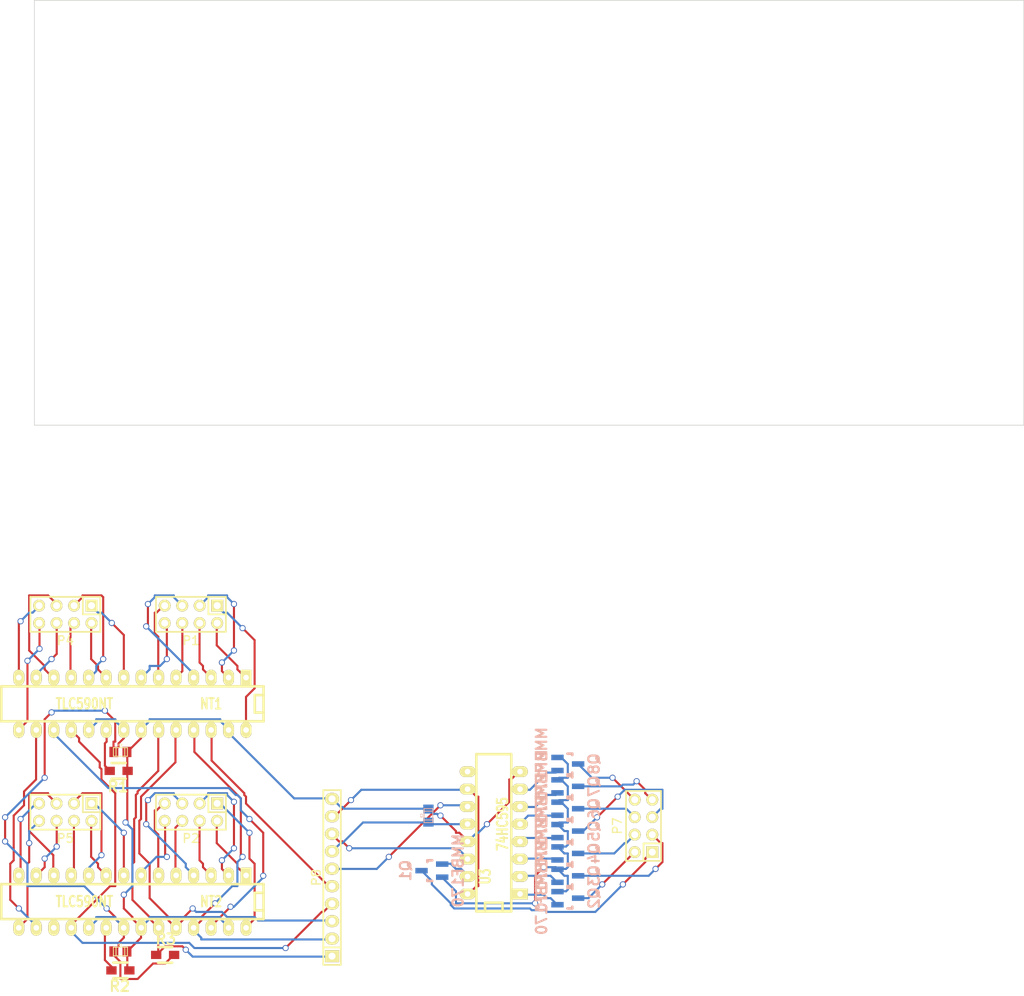
<source format=kicad_pcb>
(kicad_pcb (version 3) (host pcbnew "(2014-jan-25)-product")

  (general
    (links 93)
    (no_connects 1)
    (area 119 22 268.25 167)
    (thickness 1.6)
    (drawings 4)
    (tracks 727)
    (zones 0)
    (modules 23)
    (nets 66)
  )

  (page A4)
  (layers
    (15 F.Cu signal)
    (0 B.Cu signal)
    (16 B.Adhes user)
    (17 F.Adhes user)
    (18 B.Paste user)
    (19 F.Paste user)
    (20 B.SilkS user)
    (21 F.SilkS user)
    (22 B.Mask user)
    (23 F.Mask user)
    (24 Dwgs.User user)
    (25 Cmts.User user)
    (26 Eco1.User user)
    (27 Eco2.User user)
    (28 Edge.Cuts user)
  )

  (setup
    (last_trace_width 0.3048)
    (trace_clearance 0.254)
    (zone_clearance 0.508)
    (zone_45_only no)
    (trace_min 0.254)
    (segment_width 0.2)
    (edge_width 0.1)
    (via_size 0.889)
    (via_drill 0.635)
    (via_min_size 0.889)
    (via_min_drill 0.508)
    (uvia_size 0.508)
    (uvia_drill 0.127)
    (uvias_allowed no)
    (uvia_min_size 0.508)
    (uvia_min_drill 0.127)
    (pcb_text_width 0.3)
    (pcb_text_size 1.5 1.5)
    (mod_edge_width 0.15)
    (mod_text_size 1 1)
    (mod_text_width 0.15)
    (pad_size 1.5 1.5)
    (pad_drill 0.6)
    (pad_to_mask_clearance 0)
    (aux_axis_origin 0 0)
    (visible_elements FFFFFF7F)
    (pcbplotparams
      (layerselection 3178497)
      (usegerberextensions true)
      (excludeedgelayer true)
      (linewidth 0.100000)
      (plotframeref false)
      (viasonmask false)
      (mode 1)
      (useauxorigin false)
      (hpglpennumber 1)
      (hpglpenspeed 20)
      (hpglpendiameter 15)
      (hpglpenoverlay 2)
      (psnegative false)
      (psa4output false)
      (plotreference true)
      (plotvalue true)
      (plotinvisibletext false)
      (padsonsilk false)
      (subtractmaskfromsilk false)
      (outputformat 1)
      (mirror false)
      (drillshape 1)
      (scaleselection 1)
      (outputdirectory ""))
  )

  (net 0 "")
  (net 1 GND)
  (net 2 /LATCH)
  (net 3 /ROA2)
  (net 4 /ROA1)
  (net 5 /ROA4)
  (net 6 /ROA3)
  (net 7 /ROA6)
  (net 8 /ROA5)
  (net 9 /ROA8)
  (net 10 /ROA7)
  (net 11 /ROB2)
  (net 12 /ROB1)
  (net 13 /ROB4)
  (net 14 /ROB3)
  (net 15 /ROB6)
  (net 16 /ROB5)
  (net 17 /ROB8)
  (net 18 /ROB7)
  (net 19 /ROA9)
  (net 20 /ROA10)
  (net 21 /ROA11)
  (net 22 /ROA12)
  (net 23 /ROA13)
  (net 24 /ROA14)
  (net 25 /ROA15)
  (net 26 /ROA16)
  (net 27 /ROB9)
  (net 28 /ROB10)
  (net 29 /ROB11)
  (net 30 /ROB12)
  (net 31 /ROB13)
  (net 32 /ROB14)
  (net 33 /ROB15)
  (net 34 /ROB16)
  (net 35 /LL1)
  (net 36 /LL2)
  (net 37 /LL3)
  (net 38 /LL4)
  (net 39 /LL5)
  (net 40 /LL6)
  (net 41 /LL7)
  (net 42 /LL8)
  (net 43 /blank)
  (net 44 /sclk)
  (net 45 /sin)
  (net 46 /xlat)
  (net 47 /gsclk)
  (net 48 /CLK)
  (net 49 /DS)
  (net 50 /L1)
  (net 51 "Net-(Q1-Pad2)")
  (net 52 /L2)
  (net 53 /L3)
  (net 54 /L4)
  (net 55 /L5)
  (net 56 /L6)
  (net 57 /L7)
  (net 58 /L8)
  (net 59 /xerr)
  (net 60 /sin_B)
  (net 61 /sin_C)
  (net 62 "Net-(U3-Pad9)")
  (net 63 "Net-(NT1-Pad20)")
  (net 64 "Net-(NT2-Pad20)")
  (net 65 VCC)

  (net_class Default "This is the default net class."
    (clearance 0.254)
    (trace_width 0.3048)
    (via_dia 0.889)
    (via_drill 0.635)
    (uvia_dia 0.508)
    (uvia_drill 0.127)
    (add_net /CLK)
    (add_net /DS)
    (add_net /L1)
    (add_net /L2)
    (add_net /L3)
    (add_net /L4)
    (add_net /L5)
    (add_net /L6)
    (add_net /L7)
    (add_net /L8)
    (add_net /LATCH)
    (add_net /LL1)
    (add_net /LL2)
    (add_net /LL3)
    (add_net /LL4)
    (add_net /LL5)
    (add_net /LL6)
    (add_net /LL7)
    (add_net /LL8)
    (add_net /ROA1)
    (add_net /ROA10)
    (add_net /ROA11)
    (add_net /ROA12)
    (add_net /ROA13)
    (add_net /ROA14)
    (add_net /ROA15)
    (add_net /ROA16)
    (add_net /ROA2)
    (add_net /ROA3)
    (add_net /ROA4)
    (add_net /ROA5)
    (add_net /ROA6)
    (add_net /ROA7)
    (add_net /ROA8)
    (add_net /ROA9)
    (add_net /ROB1)
    (add_net /ROB10)
    (add_net /ROB11)
    (add_net /ROB12)
    (add_net /ROB13)
    (add_net /ROB14)
    (add_net /ROB15)
    (add_net /ROB16)
    (add_net /ROB2)
    (add_net /ROB3)
    (add_net /ROB4)
    (add_net /ROB5)
    (add_net /ROB6)
    (add_net /ROB7)
    (add_net /ROB8)
    (add_net /ROB9)
    (add_net /ROC14)
    (add_net /blank)
    (add_net /gsclk)
    (add_net /sclk)
    (add_net /sin)
    (add_net /sin_B)
    (add_net /sin_C)
    (add_net /xerr)
    (add_net /xlat)
    (add_net GND)
    (add_net "Net-(NT1-Pad20)")
    (add_net "Net-(NT2-Pad20)")
    (add_net "Net-(Q1-Pad2)")
    (add_net "Net-(R2-Pad2)")
    (add_net "Net-(U3-Pad9)")
    (add_net VCC)
  )

  (module Capacitors_SMD:c_0805 placed (layer F.Cu) (tedit 53AE449F) (tstamp 53AE45B0)
    (at 136.75 160.5)
    (descr "SMT capacitor, 0805")
    (path /53AAF7B4)
    (fp_text reference C1 (at 0 -0.9906) (layer F.SilkS)
      (effects (font (size 0.29972 0.29972) (thickness 0.06096)))
    )
    (fp_text value C (at 0 0.9906) (layer F.SilkS) hide
      (effects (font (size 0.29972 0.29972) (thickness 0.06096)))
    )
    (fp_line (start 0.635 -0.635) (end 0.635 0.635) (layer F.SilkS) (width 0.127))
    (fp_line (start -0.635 -0.635) (end -0.635 0.6096) (layer F.SilkS) (width 0.127))
    (fp_line (start -1.016 -0.635) (end 1.016 -0.635) (layer F.SilkS) (width 0.127))
    (fp_line (start 1.016 -0.635) (end 1.016 0.635) (layer F.SilkS) (width 0.127))
    (fp_line (start 1.016 0.635) (end -1.016 0.635) (layer F.SilkS) (width 0.127))
    (fp_line (start -1.016 0.635) (end -1.016 -0.635) (layer F.SilkS) (width 0.127))
    (pad 1 smd rect (at 0.9525 0) (size 1.30048 1.4986) (layers F.Cu F.Paste F.Mask)
      (net 1 GND))
    (pad 2 smd rect (at -0.9525 0) (size 1.30048 1.4986) (layers F.Cu F.Paste F.Mask)
      (net 65 VCC))
    (model smd/capacitors/c_0805.wrl
      (at (xyz 0 0 0))
      (scale (xyz 1 1 1))
      (rotate (xyz 0 0 0))
    )
  )

  (module Capacitors_SMD:c_0805 placed (layer F.Cu) (tedit 53AE449F) (tstamp 53AE45BC)
    (at 136.75 131.5)
    (descr "SMT capacitor, 0805")
    (path /53AAFCAD)
    (fp_text reference C2 (at 0 -0.9906) (layer F.SilkS)
      (effects (font (size 0.29972 0.29972) (thickness 0.06096)))
    )
    (fp_text value C (at 0 0.9906) (layer F.SilkS) hide
      (effects (font (size 0.29972 0.29972) (thickness 0.06096)))
    )
    (fp_line (start 0.635 -0.635) (end 0.635 0.635) (layer F.SilkS) (width 0.127))
    (fp_line (start -0.635 -0.635) (end -0.635 0.6096) (layer F.SilkS) (width 0.127))
    (fp_line (start -1.016 -0.635) (end 1.016 -0.635) (layer F.SilkS) (width 0.127))
    (fp_line (start 1.016 -0.635) (end 1.016 0.635) (layer F.SilkS) (width 0.127))
    (fp_line (start 1.016 0.635) (end -1.016 0.635) (layer F.SilkS) (width 0.127))
    (fp_line (start -1.016 0.635) (end -1.016 -0.635) (layer F.SilkS) (width 0.127))
    (pad 1 smd rect (at 0.9525 0) (size 1.30048 1.4986) (layers F.Cu F.Paste F.Mask)
      (net 1 GND))
    (pad 2 smd rect (at -0.9525 0) (size 1.30048 1.4986) (layers F.Cu F.Paste F.Mask)
      (net 65 VCC))
    (model smd/capacitors/c_0805.wrl
      (at (xyz 0 0 0))
      (scale (xyz 1 1 1))
      (rotate (xyz 0 0 0))
    )
  )

  (module Capacitors_SMD:c_0805 placed (layer B.Cu) (tedit 53AE449F) (tstamp 53AE45C8)
    (at 181.5 140.75 270)
    (descr "SMT capacitor, 0805")
    (path /53ADCC54)
    (fp_text reference C3 (at 0 0.9906 270) (layer B.SilkS)
      (effects (font (size 0.29972 0.29972) (thickness 0.06096)) (justify mirror))
    )
    (fp_text value C (at 0 -0.9906 270) (layer B.SilkS) hide
      (effects (font (size 0.29972 0.29972) (thickness 0.06096)) (justify mirror))
    )
    (fp_line (start 0.635 0.635) (end 0.635 -0.635) (layer B.SilkS) (width 0.127))
    (fp_line (start -0.635 0.635) (end -0.635 -0.6096) (layer B.SilkS) (width 0.127))
    (fp_line (start -1.016 0.635) (end 1.016 0.635) (layer B.SilkS) (width 0.127))
    (fp_line (start 1.016 0.635) (end 1.016 -0.635) (layer B.SilkS) (width 0.127))
    (fp_line (start 1.016 -0.635) (end -1.016 -0.635) (layer B.SilkS) (width 0.127))
    (fp_line (start -1.016 -0.635) (end -1.016 0.635) (layer B.SilkS) (width 0.127))
    (pad 1 smd rect (at 0.9525 0 270) (size 1.30048 1.4986) (layers B.Cu B.Paste B.Mask)
      (net 2 /LATCH))
    (pad 2 smd rect (at -0.9525 0 270) (size 1.30048 1.4986) (layers B.Cu B.Paste B.Mask)
      (net 1 GND))
    (model smd/capacitors/c_0805.wrl
      (at (xyz 0 0 0))
      (scale (xyz 1 1 1))
      (rotate (xyz 0 0 0))
    )
  )

  (module Pin_Headers:Pin_Header_Straight_2x04 placed (layer F.Cu) (tedit 53AE449F) (tstamp 53AE45DC)
    (at 147 111.5 180)
    (descr "1 pin")
    (tags "CONN DEV")
    (path /53A8FE24)
    (fp_text reference P1 (at 0 -3.81 180) (layer F.SilkS)
      (effects (font (size 1.27 1.27) (thickness 0.2032)))
    )
    (fp_text value CONN_4X2 (at 0 0 180) (layer F.SilkS) hide
      (effects (font (size 1.27 1.27) (thickness 0.2032)))
    )
    (fp_line (start -2.54 2.54) (end 5.08 2.54) (layer F.SilkS) (width 0.254))
    (fp_line (start 5.08 2.54) (end 5.08 -2.54) (layer F.SilkS) (width 0.254))
    (fp_line (start 5.08 -2.54) (end -5.08 -2.54) (layer F.SilkS) (width 0.254))
    (fp_line (start -5.08 -2.54) (end -5.08 0) (layer F.SilkS) (width 0.254))
    (fp_line (start -5.08 2.54) (end -2.54 2.54) (layer F.SilkS) (width 0.254))
    (fp_line (start -5.08 0) (end -2.54 0) (layer F.SilkS) (width 0.254))
    (fp_line (start -2.54 0) (end -2.54 2.54) (layer F.SilkS) (width 0.254))
    (fp_line (start -5.08 2.54) (end -5.08 0) (layer F.SilkS) (width 0.254))
    (pad 1 thru_hole rect (at -3.81 1.27 180) (size 1.7272 1.7272) (drill 1.016) (layers *.Cu *.Mask F.SilkS)
      (net 4 /ROA1))
    (pad 2 thru_hole oval (at -3.81 -1.27 180) (size 1.7272 1.7272) (drill 1.016) (layers *.Cu *.Mask F.SilkS)
      (net 3 /ROA2))
    (pad 3 thru_hole oval (at -1.27 1.27 180) (size 1.7272 1.7272) (drill 1.016) (layers *.Cu *.Mask F.SilkS)
      (net 6 /ROA3))
    (pad 4 thru_hole oval (at -1.27 -1.27 180) (size 1.7272 1.7272) (drill 1.016) (layers *.Cu *.Mask F.SilkS)
      (net 5 /ROA4))
    (pad 5 thru_hole oval (at 1.27 1.27 180) (size 1.7272 1.7272) (drill 1.016) (layers *.Cu *.Mask F.SilkS)
      (net 8 /ROA5))
    (pad 6 thru_hole oval (at 1.27 -1.27 180) (size 1.7272 1.7272) (drill 1.016) (layers *.Cu *.Mask F.SilkS)
      (net 7 /ROA6))
    (pad 7 thru_hole oval (at 3.81 1.27 180) (size 1.7272 1.7272) (drill 1.016) (layers *.Cu *.Mask F.SilkS)
      (net 10 /ROA7))
    (pad 8 thru_hole oval (at 3.81 -1.27 180) (size 1.7272 1.7272) (drill 1.016) (layers *.Cu *.Mask F.SilkS)
      (net 9 /ROA8))
    (model Pin_Headers/Pin_Header_Straight_2x04.wrl
      (at (xyz 0 0 0))
      (scale (xyz 1 1 1))
      (rotate (xyz 0 0 0))
    )
  )

  (module Pin_Headers:Pin_Header_Straight_2x04 placed (layer F.Cu) (tedit 53AE449F) (tstamp 53AE45F0)
    (at 147 140.25 180)
    (descr "1 pin")
    (tags "CONN DEV")
    (path /53A8F43E)
    (fp_text reference P2 (at 0 -3.81 180) (layer F.SilkS)
      (effects (font (size 1.27 1.27) (thickness 0.2032)))
    )
    (fp_text value CONN_4X2 (at 0 0 180) (layer F.SilkS) hide
      (effects (font (size 1.27 1.27) (thickness 0.2032)))
    )
    (fp_line (start -2.54 2.54) (end 5.08 2.54) (layer F.SilkS) (width 0.254))
    (fp_line (start 5.08 2.54) (end 5.08 -2.54) (layer F.SilkS) (width 0.254))
    (fp_line (start 5.08 -2.54) (end -5.08 -2.54) (layer F.SilkS) (width 0.254))
    (fp_line (start -5.08 -2.54) (end -5.08 0) (layer F.SilkS) (width 0.254))
    (fp_line (start -5.08 2.54) (end -2.54 2.54) (layer F.SilkS) (width 0.254))
    (fp_line (start -5.08 0) (end -2.54 0) (layer F.SilkS) (width 0.254))
    (fp_line (start -2.54 0) (end -2.54 2.54) (layer F.SilkS) (width 0.254))
    (fp_line (start -5.08 2.54) (end -5.08 0) (layer F.SilkS) (width 0.254))
    (pad 1 thru_hole rect (at -3.81 1.27 180) (size 1.7272 1.7272) (drill 1.016) (layers *.Cu *.Mask F.SilkS)
      (net 12 /ROB1))
    (pad 2 thru_hole oval (at -3.81 -1.27 180) (size 1.7272 1.7272) (drill 1.016) (layers *.Cu *.Mask F.SilkS)
      (net 11 /ROB2))
    (pad 3 thru_hole oval (at -1.27 1.27 180) (size 1.7272 1.7272) (drill 1.016) (layers *.Cu *.Mask F.SilkS)
      (net 14 /ROB3))
    (pad 4 thru_hole oval (at -1.27 -1.27 180) (size 1.7272 1.7272) (drill 1.016) (layers *.Cu *.Mask F.SilkS)
      (net 13 /ROB4))
    (pad 5 thru_hole oval (at 1.27 1.27 180) (size 1.7272 1.7272) (drill 1.016) (layers *.Cu *.Mask F.SilkS)
      (net 16 /ROB5))
    (pad 6 thru_hole oval (at 1.27 -1.27 180) (size 1.7272 1.7272) (drill 1.016) (layers *.Cu *.Mask F.SilkS)
      (net 15 /ROB6))
    (pad 7 thru_hole oval (at 3.81 1.27 180) (size 1.7272 1.7272) (drill 1.016) (layers *.Cu *.Mask F.SilkS)
      (net 18 /ROB7))
    (pad 8 thru_hole oval (at 3.81 -1.27 180) (size 1.7272 1.7272) (drill 1.016) (layers *.Cu *.Mask F.SilkS)
      (net 17 /ROB8))
    (model Pin_Headers/Pin_Header_Straight_2x04.wrl
      (at (xyz 0 0 0))
      (scale (xyz 1 1 1))
      (rotate (xyz 0 0 0))
    )
  )

  (module Pin_Headers:Pin_Header_Straight_2x04 placed (layer F.Cu) (tedit 53AE449F) (tstamp 53AE4618)
    (at 128.75 111.5 180)
    (descr "1 pin")
    (tags "CONN DEV")
    (path /53A8E719)
    (fp_text reference P4 (at 0 -3.81 180) (layer F.SilkS)
      (effects (font (size 1.27 1.27) (thickness 0.2032)))
    )
    (fp_text value CONN_4X2 (at 0 0 180) (layer F.SilkS) hide
      (effects (font (size 1.27 1.27) (thickness 0.2032)))
    )
    (fp_line (start -2.54 2.54) (end 5.08 2.54) (layer F.SilkS) (width 0.254))
    (fp_line (start 5.08 2.54) (end 5.08 -2.54) (layer F.SilkS) (width 0.254))
    (fp_line (start 5.08 -2.54) (end -5.08 -2.54) (layer F.SilkS) (width 0.254))
    (fp_line (start -5.08 -2.54) (end -5.08 0) (layer F.SilkS) (width 0.254))
    (fp_line (start -5.08 2.54) (end -2.54 2.54) (layer F.SilkS) (width 0.254))
    (fp_line (start -5.08 0) (end -2.54 0) (layer F.SilkS) (width 0.254))
    (fp_line (start -2.54 0) (end -2.54 2.54) (layer F.SilkS) (width 0.254))
    (fp_line (start -5.08 2.54) (end -5.08 0) (layer F.SilkS) (width 0.254))
    (pad 1 thru_hole rect (at -3.81 1.27 180) (size 1.7272 1.7272) (drill 1.016) (layers *.Cu *.Mask F.SilkS)
      (net 19 /ROA9))
    (pad 2 thru_hole oval (at -3.81 -1.27 180) (size 1.7272 1.7272) (drill 1.016) (layers *.Cu *.Mask F.SilkS)
      (net 20 /ROA10))
    (pad 3 thru_hole oval (at -1.27 1.27 180) (size 1.7272 1.7272) (drill 1.016) (layers *.Cu *.Mask F.SilkS)
      (net 21 /ROA11))
    (pad 4 thru_hole oval (at -1.27 -1.27 180) (size 1.7272 1.7272) (drill 1.016) (layers *.Cu *.Mask F.SilkS)
      (net 22 /ROA12))
    (pad 5 thru_hole oval (at 1.27 1.27 180) (size 1.7272 1.7272) (drill 1.016) (layers *.Cu *.Mask F.SilkS)
      (net 23 /ROA13))
    (pad 6 thru_hole oval (at 1.27 -1.27 180) (size 1.7272 1.7272) (drill 1.016) (layers *.Cu *.Mask F.SilkS)
      (net 24 /ROA14))
    (pad 7 thru_hole oval (at 3.81 1.27 180) (size 1.7272 1.7272) (drill 1.016) (layers *.Cu *.Mask F.SilkS)
      (net 25 /ROA15))
    (pad 8 thru_hole oval (at 3.81 -1.27 180) (size 1.7272 1.7272) (drill 1.016) (layers *.Cu *.Mask F.SilkS)
      (net 26 /ROA16))
    (model Pin_Headers/Pin_Header_Straight_2x04.wrl
      (at (xyz 0 0 0))
      (scale (xyz 1 1 1))
      (rotate (xyz 0 0 0))
    )
  )

  (module Pin_Headers:Pin_Header_Straight_2x04 placed (layer F.Cu) (tedit 53AE449F) (tstamp 53AE462C)
    (at 128.75 140.25 180)
    (descr "1 pin")
    (tags "CONN DEV")
    (path /53A8F45A)
    (fp_text reference P5 (at 0 -3.81 180) (layer F.SilkS)
      (effects (font (size 1.27 1.27) (thickness 0.2032)))
    )
    (fp_text value CONN_4X2 (at 0 0 180) (layer F.SilkS) hide
      (effects (font (size 1.27 1.27) (thickness 0.2032)))
    )
    (fp_line (start -2.54 2.54) (end 5.08 2.54) (layer F.SilkS) (width 0.254))
    (fp_line (start 5.08 2.54) (end 5.08 -2.54) (layer F.SilkS) (width 0.254))
    (fp_line (start 5.08 -2.54) (end -5.08 -2.54) (layer F.SilkS) (width 0.254))
    (fp_line (start -5.08 -2.54) (end -5.08 0) (layer F.SilkS) (width 0.254))
    (fp_line (start -5.08 2.54) (end -2.54 2.54) (layer F.SilkS) (width 0.254))
    (fp_line (start -5.08 0) (end -2.54 0) (layer F.SilkS) (width 0.254))
    (fp_line (start -2.54 0) (end -2.54 2.54) (layer F.SilkS) (width 0.254))
    (fp_line (start -5.08 2.54) (end -5.08 0) (layer F.SilkS) (width 0.254))
    (pad 1 thru_hole rect (at -3.81 1.27 180) (size 1.7272 1.7272) (drill 1.016) (layers *.Cu *.Mask F.SilkS)
      (net 27 /ROB9))
    (pad 2 thru_hole oval (at -3.81 -1.27 180) (size 1.7272 1.7272) (drill 1.016) (layers *.Cu *.Mask F.SilkS)
      (net 28 /ROB10))
    (pad 3 thru_hole oval (at -1.27 1.27 180) (size 1.7272 1.7272) (drill 1.016) (layers *.Cu *.Mask F.SilkS)
      (net 29 /ROB11))
    (pad 4 thru_hole oval (at -1.27 -1.27 180) (size 1.7272 1.7272) (drill 1.016) (layers *.Cu *.Mask F.SilkS)
      (net 30 /ROB12))
    (pad 5 thru_hole oval (at 1.27 1.27 180) (size 1.7272 1.7272) (drill 1.016) (layers *.Cu *.Mask F.SilkS)
      (net 31 /ROB13))
    (pad 6 thru_hole oval (at 1.27 -1.27 180) (size 1.7272 1.7272) (drill 1.016) (layers *.Cu *.Mask F.SilkS)
      (net 32 /ROB14))
    (pad 7 thru_hole oval (at 3.81 1.27 180) (size 1.7272 1.7272) (drill 1.016) (layers *.Cu *.Mask F.SilkS)
      (net 33 /ROB15))
    (pad 8 thru_hole oval (at 3.81 -1.27 180) (size 1.7272 1.7272) (drill 1.016) (layers *.Cu *.Mask F.SilkS)
      (net 34 /ROB16))
    (model Pin_Headers/Pin_Header_Straight_2x04.wrl
      (at (xyz 0 0 0))
      (scale (xyz 1 1 1))
      (rotate (xyz 0 0 0))
    )
  )

  (module Pin_Headers:Pin_Header_Straight_2x04 placed (layer F.Cu) (tedit 53AE449F) (tstamp 53AE4654)
    (at 212.75 142.25 90)
    (descr "1 pin")
    (tags "CONN DEV")
    (path /53ADD637)
    (fp_text reference P7 (at 0 -3.81 90) (layer F.SilkS)
      (effects (font (size 1.27 1.27) (thickness 0.2032)))
    )
    (fp_text value CONN_4X2 (at 0 0 90) (layer F.SilkS) hide
      (effects (font (size 1.27 1.27) (thickness 0.2032)))
    )
    (fp_line (start -2.54 2.54) (end 5.08 2.54) (layer F.SilkS) (width 0.254))
    (fp_line (start 5.08 2.54) (end 5.08 -2.54) (layer F.SilkS) (width 0.254))
    (fp_line (start 5.08 -2.54) (end -5.08 -2.54) (layer F.SilkS) (width 0.254))
    (fp_line (start -5.08 -2.54) (end -5.08 0) (layer F.SilkS) (width 0.254))
    (fp_line (start -5.08 2.54) (end -2.54 2.54) (layer F.SilkS) (width 0.254))
    (fp_line (start -5.08 0) (end -2.54 0) (layer F.SilkS) (width 0.254))
    (fp_line (start -2.54 0) (end -2.54 2.54) (layer F.SilkS) (width 0.254))
    (fp_line (start -5.08 2.54) (end -5.08 0) (layer F.SilkS) (width 0.254))
    (pad 1 thru_hole rect (at -3.81 1.27 90) (size 1.7272 1.7272) (drill 1.016) (layers *.Cu *.Mask F.SilkS)
      (net 35 /LL1))
    (pad 2 thru_hole oval (at -3.81 -1.27 90) (size 1.7272 1.7272) (drill 1.016) (layers *.Cu *.Mask F.SilkS)
      (net 36 /LL2))
    (pad 3 thru_hole oval (at -1.27 1.27 90) (size 1.7272 1.7272) (drill 1.016) (layers *.Cu *.Mask F.SilkS)
      (net 37 /LL3))
    (pad 4 thru_hole oval (at -1.27 -1.27 90) (size 1.7272 1.7272) (drill 1.016) (layers *.Cu *.Mask F.SilkS)
      (net 38 /LL4))
    (pad 5 thru_hole oval (at 1.27 1.27 90) (size 1.7272 1.7272) (drill 1.016) (layers *.Cu *.Mask F.SilkS)
      (net 39 /LL5))
    (pad 6 thru_hole oval (at 1.27 -1.27 90) (size 1.7272 1.7272) (drill 1.016) (layers *.Cu *.Mask F.SilkS)
      (net 40 /LL6))
    (pad 7 thru_hole oval (at 3.81 1.27 90) (size 1.7272 1.7272) (drill 1.016) (layers *.Cu *.Mask F.SilkS)
      (net 41 /LL7))
    (pad 8 thru_hole oval (at 3.81 -1.27 90) (size 1.7272 1.7272) (drill 1.016) (layers *.Cu *.Mask F.SilkS)
      (net 42 /LL8))
    (model Pin_Headers/Pin_Header_Straight_2x04.wrl
      (at (xyz 0 0 0))
      (scale (xyz 1 1 1))
      (rotate (xyz 0 0 0))
    )
  )

  (module Pin_Headers:Pin_Header_Straight_1x10 placed (layer F.Cu) (tedit 53AE449F) (tstamp 53AE4669)
    (at 167.5 149.75 90)
    (descr "1 pin")
    (tags "CONN DEV")
    (path /53ADB70C)
    (fp_text reference P8 (at 0 -2.286 90) (layer F.SilkS)
      (effects (font (size 1.27 1.27) (thickness 0.2032)))
    )
    (fp_text value CONN_10 (at 0 0 90) (layer F.SilkS) hide
      (effects (font (size 1.27 1.27) (thickness 0.2032)))
    )
    (fp_line (start -10.16 -1.27) (end 12.7 -1.27) (layer F.SilkS) (width 0.254))
    (fp_line (start 12.7 -1.27) (end 12.7 1.27) (layer F.SilkS) (width 0.254))
    (fp_line (start 12.7 1.27) (end -10.16 1.27) (layer F.SilkS) (width 0.254))
    (fp_line (start -12.7 -1.27) (end -10.16 -1.27) (layer F.SilkS) (width 0.254))
    (fp_line (start -10.16 -1.27) (end -10.16 1.27) (layer F.SilkS) (width 0.254))
    (fp_line (start -12.7 -1.27) (end -12.7 1.27) (layer F.SilkS) (width 0.254))
    (fp_line (start -12.7 1.27) (end -10.16 1.27) (layer F.SilkS) (width 0.254))
    (pad 1 thru_hole rect (at -11.43 0 90) (size 1.7272 2.032) (drill 1.016) (layers *.Cu *.Mask F.SilkS)
      (net 43 /blank))
    (pad 2 thru_hole oval (at -8.89 0 90) (size 1.7272 2.032) (drill 1.016) (layers *.Cu *.Mask F.SilkS)
      (net 44 /sclk))
    (pad 3 thru_hole oval (at -6.35 0 90) (size 1.7272 2.032) (drill 1.016) (layers *.Cu *.Mask F.SilkS)
      (net 46 /xlat))
    (pad 4 thru_hole oval (at -3.81 0 90) (size 1.7272 2.032) (drill 1.016) (layers *.Cu *.Mask F.SilkS)
      (net 47 /gsclk))
    (pad 5 thru_hole oval (at -1.27 0 90) (size 1.7272 2.032) (drill 1.016) (layers *.Cu *.Mask F.SilkS)
      (net 45 /sin))
    (pad 6 thru_hole oval (at 1.27 0 90) (size 1.7272 2.032) (drill 1.016) (layers *.Cu *.Mask F.SilkS)
      (net 48 /CLK))
    (pad 7 thru_hole oval (at 3.81 0 90) (size 1.7272 2.032) (drill 1.016) (layers *.Cu *.Mask F.SilkS)
      (net 2 /LATCH))
    (pad 8 thru_hole oval (at 6.35 0 90) (size 1.7272 2.032) (drill 1.016) (layers *.Cu *.Mask F.SilkS)
      (net 49 /DS))
    (pad 9 thru_hole oval (at 8.89 0 90) (size 1.7272 2.032) (drill 1.016) (layers *.Cu *.Mask F.SilkS)
      (net 65 VCC))
    (pad 10 thru_hole oval (at 11.43 0 90) (size 1.7272 2.032) (drill 1.016) (layers *.Cu *.Mask F.SilkS)
      (net 1 GND))
    (model Pin_Headers/Pin_Header_Straight_1x10.wrl
      (at (xyz 0 0 0))
      (scale (xyz 1 1 1))
      (rotate (xyz 0 0 0))
    )
  )

  (module Housings_SOT-23_SOT-143_TSOT-6:SOT23_Transistor_Handsoldering_RevB_14Mar2014 placed (layer B.Cu) (tedit 53AE449F) (tstamp 53AE4674)
    (at 182 148.75 270)
    (descr "SOT23,  Transistor, Handsoldering,")
    (tags "SOT23,  Transistor, Handsoldering,")
    (path /53ADA1C1)
    (attr smd)
    (fp_text reference Q1 (at 0 3.81 270) (layer B.SilkS)
      (effects (font (thickness 0.3048)) (justify mirror))
    )
    (fp_text value MMBF170 (at 0 -3.81 270) (layer B.SilkS)
      (effects (font (thickness 0.3048)) (justify mirror))
    )
    (fp_line (start -1.49982 -0.0508) (end -1.49982 0.65024) (layer B.SilkS) (width 0.381))
    (fp_line (start -1.49982 0.65024) (end -1.2509 0.65024) (layer B.SilkS) (width 0.381))
    (fp_line (start 1.29916 0.65024) (end 1.49982 0.65024) (layer B.SilkS) (width 0.381))
    (fp_line (start 1.49982 0.65024) (end 1.49982 -0.0508) (layer B.SilkS) (width 0.381))
    (pad 1 smd rect (at -0.95 -1.50114 270) (size 0.8001 1.80086) (layers B.Cu B.Paste B.Mask)
      (net 50 /L1))
    (pad 2 smd rect (at 0.95 -1.50114 270) (size 0.8001 1.80086) (layers B.Cu B.Paste B.Mask)
      (net 51 "Net-(Q1-Pad2)"))
    (pad 3 smd rect (at 0 1.50114 270) (size 0.8001 1.80086) (layers B.Cu B.Paste B.Mask)
      (net 35 /LL1))
  )

  (module Housings_SOT-23_SOT-143_TSOT-6:SOT23_Transistor_Handsoldering_RevB_14Mar2014 placed (layer B.Cu) (tedit 53AE449F) (tstamp 53AE467F)
    (at 201.75 152.75 90)
    (descr "SOT23,  Transistor, Handsoldering,")
    (tags "SOT23,  Transistor, Handsoldering,")
    (path /53AD9DD2)
    (attr smd)
    (fp_text reference Q2 (at 0 3.81 90) (layer B.SilkS)
      (effects (font (thickness 0.3048)) (justify mirror))
    )
    (fp_text value MMBF170 (at 0 -3.81 90) (layer B.SilkS)
      (effects (font (thickness 0.3048)) (justify mirror))
    )
    (fp_line (start -1.49982 -0.0508) (end -1.49982 0.65024) (layer B.SilkS) (width 0.381))
    (fp_line (start -1.49982 0.65024) (end -1.2509 0.65024) (layer B.SilkS) (width 0.381))
    (fp_line (start 1.29916 0.65024) (end 1.49982 0.65024) (layer B.SilkS) (width 0.381))
    (fp_line (start 1.49982 0.65024) (end 1.49982 -0.0508) (layer B.SilkS) (width 0.381))
    (pad 1 smd rect (at -0.95 -1.50114 90) (size 0.8001 1.80086) (layers B.Cu B.Paste B.Mask)
      (net 52 /L2))
    (pad 2 smd rect (at 0.95 -1.50114 90) (size 0.8001 1.80086) (layers B.Cu B.Paste B.Mask)
      (net 51 "Net-(Q1-Pad2)"))
    (pad 3 smd rect (at 0 1.50114 90) (size 0.8001 1.80086) (layers B.Cu B.Paste B.Mask)
      (net 36 /LL2))
  )

  (module Housings_SOT-23_SOT-143_TSOT-6:SOT23_Transistor_Handsoldering_RevB_14Mar2014 placed (layer B.Cu) (tedit 53AE449F) (tstamp 53AE468A)
    (at 201.75 149.5 90)
    (descr "SOT23,  Transistor, Handsoldering,")
    (tags "SOT23,  Transistor, Handsoldering,")
    (path /53ADA1C7)
    (attr smd)
    (fp_text reference Q3 (at 0 3.81 90) (layer B.SilkS)
      (effects (font (thickness 0.3048)) (justify mirror))
    )
    (fp_text value MMBF170 (at 0 -3.81 90) (layer B.SilkS)
      (effects (font (thickness 0.3048)) (justify mirror))
    )
    (fp_line (start -1.49982 -0.0508) (end -1.49982 0.65024) (layer B.SilkS) (width 0.381))
    (fp_line (start -1.49982 0.65024) (end -1.2509 0.65024) (layer B.SilkS) (width 0.381))
    (fp_line (start 1.29916 0.65024) (end 1.49982 0.65024) (layer B.SilkS) (width 0.381))
    (fp_line (start 1.49982 0.65024) (end 1.49982 -0.0508) (layer B.SilkS) (width 0.381))
    (pad 1 smd rect (at -0.95 -1.50114 90) (size 0.8001 1.80086) (layers B.Cu B.Paste B.Mask)
      (net 53 /L3))
    (pad 2 smd rect (at 0.95 -1.50114 90) (size 0.8001 1.80086) (layers B.Cu B.Paste B.Mask)
      (net 51 "Net-(Q1-Pad2)"))
    (pad 3 smd rect (at 0 1.50114 90) (size 0.8001 1.80086) (layers B.Cu B.Paste B.Mask)
      (net 37 /LL3))
  )

  (module Housings_SOT-23_SOT-143_TSOT-6:SOT23_Transistor_Handsoldering_RevB_14Mar2014 placed (layer B.Cu) (tedit 53AE449F) (tstamp 53AE4695)
    (at 201.75 146.25 90)
    (descr "SOT23,  Transistor, Handsoldering,")
    (tags "SOT23,  Transistor, Handsoldering,")
    (path /53AD9F4D)
    (attr smd)
    (fp_text reference Q4 (at 0 3.81 90) (layer B.SilkS)
      (effects (font (thickness 0.3048)) (justify mirror))
    )
    (fp_text value MMBF170 (at 0 -3.81 90) (layer B.SilkS)
      (effects (font (thickness 0.3048)) (justify mirror))
    )
    (fp_line (start -1.49982 -0.0508) (end -1.49982 0.65024) (layer B.SilkS) (width 0.381))
    (fp_line (start -1.49982 0.65024) (end -1.2509 0.65024) (layer B.SilkS) (width 0.381))
    (fp_line (start 1.29916 0.65024) (end 1.49982 0.65024) (layer B.SilkS) (width 0.381))
    (fp_line (start 1.49982 0.65024) (end 1.49982 -0.0508) (layer B.SilkS) (width 0.381))
    (pad 1 smd rect (at -0.95 -1.50114 90) (size 0.8001 1.80086) (layers B.Cu B.Paste B.Mask)
      (net 54 /L4))
    (pad 2 smd rect (at 0.95 -1.50114 90) (size 0.8001 1.80086) (layers B.Cu B.Paste B.Mask)
      (net 51 "Net-(Q1-Pad2)"))
    (pad 3 smd rect (at 0 1.50114 90) (size 0.8001 1.80086) (layers B.Cu B.Paste B.Mask)
      (net 38 /LL4))
  )

  (module Housings_SOT-23_SOT-143_TSOT-6:SOT23_Transistor_Handsoldering_RevB_14Mar2014 placed (layer B.Cu) (tedit 53AE449F) (tstamp 53AE46A0)
    (at 201.75 143 90)
    (descr "SOT23,  Transistor, Handsoldering,")
    (tags "SOT23,  Transistor, Handsoldering,")
    (path /53ADA1CD)
    (attr smd)
    (fp_text reference Q5 (at 0 3.81 90) (layer B.SilkS)
      (effects (font (thickness 0.3048)) (justify mirror))
    )
    (fp_text value MMBF170 (at 0 -3.81 90) (layer B.SilkS)
      (effects (font (thickness 0.3048)) (justify mirror))
    )
    (fp_line (start -1.49982 -0.0508) (end -1.49982 0.65024) (layer B.SilkS) (width 0.381))
    (fp_line (start -1.49982 0.65024) (end -1.2509 0.65024) (layer B.SilkS) (width 0.381))
    (fp_line (start 1.29916 0.65024) (end 1.49982 0.65024) (layer B.SilkS) (width 0.381))
    (fp_line (start 1.49982 0.65024) (end 1.49982 -0.0508) (layer B.SilkS) (width 0.381))
    (pad 1 smd rect (at -0.95 -1.50114 90) (size 0.8001 1.80086) (layers B.Cu B.Paste B.Mask)
      (net 55 /L5))
    (pad 2 smd rect (at 0.95 -1.50114 90) (size 0.8001 1.80086) (layers B.Cu B.Paste B.Mask)
      (net 51 "Net-(Q1-Pad2)"))
    (pad 3 smd rect (at 0 1.50114 90) (size 0.8001 1.80086) (layers B.Cu B.Paste B.Mask)
      (net 39 /LL5))
  )

  (module Housings_SOT-23_SOT-143_TSOT-6:SOT23_Transistor_Handsoldering_RevB_14Mar2014 placed (layer B.Cu) (tedit 53AE449F) (tstamp 53AE46AB)
    (at 201.75 139.75 90)
    (descr "SOT23,  Transistor, Handsoldering,")
    (tags "SOT23,  Transistor, Handsoldering,")
    (path /53ADA030)
    (attr smd)
    (fp_text reference Q6 (at 0 3.81 90) (layer B.SilkS)
      (effects (font (thickness 0.3048)) (justify mirror))
    )
    (fp_text value MMBF170 (at 0 -3.81 90) (layer B.SilkS)
      (effects (font (thickness 0.3048)) (justify mirror))
    )
    (fp_line (start -1.49982 -0.0508) (end -1.49982 0.65024) (layer B.SilkS) (width 0.381))
    (fp_line (start -1.49982 0.65024) (end -1.2509 0.65024) (layer B.SilkS) (width 0.381))
    (fp_line (start 1.29916 0.65024) (end 1.49982 0.65024) (layer B.SilkS) (width 0.381))
    (fp_line (start 1.49982 0.65024) (end 1.49982 -0.0508) (layer B.SilkS) (width 0.381))
    (pad 1 smd rect (at -0.95 -1.50114 90) (size 0.8001 1.80086) (layers B.Cu B.Paste B.Mask)
      (net 56 /L6))
    (pad 2 smd rect (at 0.95 -1.50114 90) (size 0.8001 1.80086) (layers B.Cu B.Paste B.Mask)
      (net 51 "Net-(Q1-Pad2)"))
    (pad 3 smd rect (at 0 1.50114 90) (size 0.8001 1.80086) (layers B.Cu B.Paste B.Mask)
      (net 40 /LL6))
  )

  (module Housings_SOT-23_SOT-143_TSOT-6:SOT23_Transistor_Handsoldering_RevB_14Mar2014 placed (layer B.Cu) (tedit 53AE449F) (tstamp 53AE46B6)
    (at 201.75 136.5 90)
    (descr "SOT23,  Transistor, Handsoldering,")
    (tags "SOT23,  Transistor, Handsoldering,")
    (path /53ADA1D3)
    (attr smd)
    (fp_text reference Q7 (at 0 3.81 90) (layer B.SilkS)
      (effects (font (thickness 0.3048)) (justify mirror))
    )
    (fp_text value MMBF170 (at 0 -3.81 90) (layer B.SilkS)
      (effects (font (thickness 0.3048)) (justify mirror))
    )
    (fp_line (start -1.49982 -0.0508) (end -1.49982 0.65024) (layer B.SilkS) (width 0.381))
    (fp_line (start -1.49982 0.65024) (end -1.2509 0.65024) (layer B.SilkS) (width 0.381))
    (fp_line (start 1.29916 0.65024) (end 1.49982 0.65024) (layer B.SilkS) (width 0.381))
    (fp_line (start 1.49982 0.65024) (end 1.49982 -0.0508) (layer B.SilkS) (width 0.381))
    (pad 1 smd rect (at -0.95 -1.50114 90) (size 0.8001 1.80086) (layers B.Cu B.Paste B.Mask)
      (net 57 /L7))
    (pad 2 smd rect (at 0.95 -1.50114 90) (size 0.8001 1.80086) (layers B.Cu B.Paste B.Mask)
      (net 51 "Net-(Q1-Pad2)"))
    (pad 3 smd rect (at 0 1.50114 90) (size 0.8001 1.80086) (layers B.Cu B.Paste B.Mask)
      (net 41 /LL7))
  )

  (module Housings_SOT-23_SOT-143_TSOT-6:SOT23_Transistor_Handsoldering_RevB_14Mar2014 placed (layer B.Cu) (tedit 53AE449F) (tstamp 53AE46C1)
    (at 201.75 133.25 90)
    (descr "SOT23,  Transistor, Handsoldering,")
    (tags "SOT23,  Transistor, Handsoldering,")
    (path /53ADA036)
    (attr smd)
    (fp_text reference Q8 (at 0 3.81 90) (layer B.SilkS)
      (effects (font (thickness 0.3048)) (justify mirror))
    )
    (fp_text value MMBF170 (at 0 -3.81 90) (layer B.SilkS)
      (effects (font (thickness 0.3048)) (justify mirror))
    )
    (fp_line (start -1.49982 -0.0508) (end -1.49982 0.65024) (layer B.SilkS) (width 0.381))
    (fp_line (start -1.49982 0.65024) (end -1.2509 0.65024) (layer B.SilkS) (width 0.381))
    (fp_line (start 1.29916 0.65024) (end 1.49982 0.65024) (layer B.SilkS) (width 0.381))
    (fp_line (start 1.49982 0.65024) (end 1.49982 -0.0508) (layer B.SilkS) (width 0.381))
    (pad 1 smd rect (at -0.95 -1.50114 90) (size 0.8001 1.80086) (layers B.Cu B.Paste B.Mask)
      (net 58 /L8))
    (pad 2 smd rect (at 0.95 -1.50114 90) (size 0.8001 1.80086) (layers B.Cu B.Paste B.Mask)
      (net 51 "Net-(Q1-Pad2)"))
    (pad 3 smd rect (at 0 1.50114 90) (size 0.8001 1.80086) (layers B.Cu B.Paste B.Mask)
      (net 42 /LL8))
  )

  (module Resistors_SMD:Resistor_SMD0805_HandSoldering placed (layer F.Cu) (tedit 53AE449F) (tstamp 53AE46CB)
    (at 136.5 134.25 180)
    (descr "Resistor, SMD, 0805, Hand soldering,")
    (tags "Resistor, SMD, 0805, Hand soldering,")
    (path /53A8EAAB)
    (attr smd)
    (fp_text reference R1 (at 0.09906 -2.30124 180) (layer F.SilkS)
      (effects (font (thickness 0.3048)))
    )
    (fp_text value R (at 0.20066 2.60096 180) (layer F.SilkS) hide
      (effects (font (thickness 0.3048)))
    )
    (fp_line (start 0 -1.143) (end -1.016 -1.143) (layer F.SilkS) (width 0.381))
    (fp_line (start 0 -1.143) (end 1.016 -1.143) (layer F.SilkS) (width 0.381))
    (fp_line (start 0 1.143) (end -1.016 1.143) (layer F.SilkS) (width 0.381))
    (fp_line (start 0 1.143) (end 1.016 1.143) (layer F.SilkS) (width 0.381))
    (pad 1 smd rect (at -1.30048 0 180) (size 1.50114 1.19888) (layers F.Cu F.Paste F.Mask)
      (net 1 GND))
    (pad 2 smd rect (at 1.30048 0 180) (size 1.50114 1.19888) (layers F.Cu F.Paste F.Mask)
      (net 63 "Net-(NT1-Pad20)"))
  )

  (module Resistors_SMD:Resistor_SMD0805_HandSoldering placed (layer F.Cu) (tedit 53AE449F) (tstamp 53AE7436)
    (at 136.75 163.25 180)
    (descr "Resistor, SMD, 0805, Hand soldering,")
    (tags "Resistor, SMD, 0805, Hand soldering,")
    (path /53A8F479)
    (attr smd)
    (fp_text reference R2 (at 0.09906 -2.30124 180) (layer F.SilkS)
      (effects (font (thickness 0.3048)))
    )
    (fp_text value R (at 0.20066 2.60096 180) (layer F.SilkS) hide
      (effects (font (thickness 0.3048)))
    )
    (fp_line (start 0 -1.143) (end -1.016 -1.143) (layer F.SilkS) (width 0.381))
    (fp_line (start 0 -1.143) (end 1.016 -1.143) (layer F.SilkS) (width 0.381))
    (fp_line (start 0 1.143) (end -1.016 1.143) (layer F.SilkS) (width 0.381))
    (fp_line (start 0 1.143) (end 1.016 1.143) (layer F.SilkS) (width 0.381))
    (pad 1 smd rect (at -1.30048 0 180) (size 1.50114 1.19888) (layers F.Cu F.Paste F.Mask)
      (net 1 GND))
    (pad 2 smd rect (at 1.30048 0 180) (size 1.50114 1.19888) (layers F.Cu F.Paste F.Mask)
      (net 64 "Net-(NT2-Pad20)"))
  )

  (module Resistors_SMD:Resistor_SMD0805_HandSoldering placed (layer F.Cu) (tedit 53AE449F) (tstamp 53AE7441)
    (at 143.25 161)
    (descr "Resistor, SMD, 0805, Hand soldering,")
    (tags "Resistor, SMD, 0805, Hand soldering,")
    (path /53ABD2DF)
    (attr smd)
    (fp_text reference R3 (at 0.09906 -2.30124) (layer F.SilkS)
      (effects (font (thickness 0.3048)))
    )
    (fp_text value R (at 0.20066 2.60096) (layer F.SilkS) hide
      (effects (font (thickness 0.3048)))
    )
    (fp_line (start 0 -1.143) (end -1.016 -1.143) (layer F.SilkS) (width 0.381))
    (fp_line (start 0 -1.143) (end 1.016 -1.143) (layer F.SilkS) (width 0.381))
    (fp_line (start 0 1.143) (end -1.016 1.143) (layer F.SilkS) (width 0.381))
    (fp_line (start 0 1.143) (end 1.016 1.143) (layer F.SilkS) (width 0.381))
    (pad 1 smd rect (at -1.30048 0) (size 1.50114 1.19888) (layers F.Cu F.Paste F.Mask)
      (net 43 /blank))
    (pad 2 smd rect (at 1.30048 0) (size 1.50114 1.19888) (layers F.Cu F.Paste F.Mask)
      (net 65 VCC))
  )

  (module Sockets_DIP:DIP-16__300_ELL placed (layer F.Cu) (tedit 53AE449F) (tstamp 53AE4749)
    (at 191 143.25 90)
    (descr "16 pins DIL package, elliptical pads")
    (tags DIL)
    (path /53AD9CCB)
    (fp_text reference U3 (at -6.35 -1.27 90) (layer F.SilkS)
      (effects (font (size 1.524 1.143) (thickness 0.3048)))
    )
    (fp_text value 74HC595 (at 1.27 1.27 90) (layer F.SilkS)
      (effects (font (size 1.524 1.143) (thickness 0.3048)))
    )
    (fp_line (start -11.43 -1.27) (end -11.43 -1.27) (layer F.SilkS) (width 0.381))
    (fp_line (start -11.43 -1.27) (end -10.16 -1.27) (layer F.SilkS) (width 0.381))
    (fp_line (start -10.16 -1.27) (end -10.16 1.27) (layer F.SilkS) (width 0.381))
    (fp_line (start -10.16 1.27) (end -11.43 1.27) (layer F.SilkS) (width 0.381))
    (fp_line (start -11.43 -2.54) (end 11.43 -2.54) (layer F.SilkS) (width 0.381))
    (fp_line (start 11.43 -2.54) (end 11.43 2.54) (layer F.SilkS) (width 0.381))
    (fp_line (start 11.43 2.54) (end -11.43 2.54) (layer F.SilkS) (width 0.381))
    (fp_line (start -11.43 2.54) (end -11.43 -2.54) (layer F.SilkS) (width 0.381))
    (pad 1 thru_hole rect (at -8.89 3.81 90) (size 1.5748 2.286) (drill 0.8128) (layers *.Cu *.Mask F.SilkS)
      (net 52 /L2))
    (pad 2 thru_hole oval (at -6.35 3.81 90) (size 1.5748 2.286) (drill 0.8128) (layers *.Cu *.Mask F.SilkS)
      (net 53 /L3))
    (pad 3 thru_hole oval (at -3.81 3.81 90) (size 1.5748 2.286) (drill 0.8128) (layers *.Cu *.Mask F.SilkS)
      (net 54 /L4))
    (pad 4 thru_hole oval (at -1.27 3.81 90) (size 1.5748 2.286) (drill 0.8128) (layers *.Cu *.Mask F.SilkS)
      (net 55 /L5))
    (pad 5 thru_hole oval (at 1.27 3.81 90) (size 1.5748 2.286) (drill 0.8128) (layers *.Cu *.Mask F.SilkS)
      (net 56 /L6))
    (pad 6 thru_hole oval (at 3.81 3.81 90) (size 1.5748 2.286) (drill 0.8128) (layers *.Cu *.Mask F.SilkS)
      (net 57 /L7))
    (pad 7 thru_hole oval (at 6.35 3.81 90) (size 1.5748 2.286) (drill 0.8128) (layers *.Cu *.Mask F.SilkS)
      (net 58 /L8))
    (pad 8 thru_hole oval (at 8.89 3.81 90) (size 1.5748 2.286) (drill 0.8128) (layers *.Cu *.Mask F.SilkS)
      (net 1 GND))
    (pad 9 thru_hole oval (at 8.89 -3.81 90) (size 1.5748 2.286) (drill 0.8128) (layers *.Cu *.Mask F.SilkS)
      (net 62 "Net-(U3-Pad9)"))
    (pad 10 thru_hole oval (at 6.35 -3.81 90) (size 1.5748 2.286) (drill 0.8128) (layers *.Cu *.Mask F.SilkS)
      (net 65 VCC))
    (pad 11 thru_hole oval (at 3.81 -3.81 90) (size 1.5748 2.286) (drill 0.8128) (layers *.Cu *.Mask F.SilkS)
      (net 48 /CLK))
    (pad 12 thru_hole oval (at 1.27 -3.81 90) (size 1.5748 2.286) (drill 0.8128) (layers *.Cu *.Mask F.SilkS)
      (net 2 /LATCH))
    (pad 13 thru_hole oval (at -1.27 -3.81 90) (size 1.5748 2.286) (drill 0.8128) (layers *.Cu *.Mask F.SilkS)
      (net 1 GND))
    (pad 14 thru_hole oval (at -3.81 -3.81 90) (size 1.5748 2.286) (drill 0.8128) (layers *.Cu *.Mask F.SilkS)
      (net 49 /DS))
    (pad 15 thru_hole oval (at -6.35 -3.81 90) (size 1.5748 2.286) (drill 0.8128) (layers *.Cu *.Mask F.SilkS)
      (net 50 /L1))
    (pad 16 thru_hole oval (at -8.89 -3.81 90) (size 1.5748 2.286) (drill 0.8128) (layers *.Cu *.Mask F.SilkS)
      (net 65 VCC))
    (model dil/dil_16.wrl
      (at (xyz 0 0 0))
      (scale (xyz 1 1 1))
      (rotate (xyz 0 0 0))
    )
  )

  (module Sockets_DIP:DIP-28__300_ELL (layer F.Cu) (tedit 53AE6930) (tstamp 53AE6C9A)
    (at 138.5 124.5 180)
    (descr "28 pins DIL package, elliptical pads, width 300mil")
    (tags DIL)
    (path /53AE6CA5)
    (fp_text reference NT1 (at -11.43 0 180) (layer F.SilkS)
      (effects (font (size 1.524 1.143) (thickness 0.3048)))
    )
    (fp_text value TLC590NT (at 6.985 0 180) (layer F.SilkS)
      (effects (font (size 1.524 1.143) (thickness 0.3048)))
    )
    (fp_line (start -19.05 -2.54) (end 19.05 -2.54) (layer F.SilkS) (width 0.381))
    (fp_line (start 19.05 -2.54) (end 19.05 2.54) (layer F.SilkS) (width 0.381))
    (fp_line (start 19.05 2.54) (end -19.05 2.54) (layer F.SilkS) (width 0.381))
    (fp_line (start -19.05 2.54) (end -19.05 -2.54) (layer F.SilkS) (width 0.381))
    (fp_line (start -19.05 -1.27) (end -17.78 -1.27) (layer F.SilkS) (width 0.381))
    (fp_line (start -17.78 -1.27) (end -17.78 1.27) (layer F.SilkS) (width 0.381))
    (fp_line (start -17.78 1.27) (end -19.05 1.27) (layer F.SilkS) (width 0.381))
    (pad 2 thru_hole oval (at -13.97 3.81 180) (size 1.5748 2.286) (drill 0.8128) (layers *.Cu *.Mask F.SilkS)
      (net 6 /ROA3))
    (pad 3 thru_hole oval (at -11.43 3.81 180) (size 1.5748 2.286) (drill 0.8128) (layers *.Cu *.Mask F.SilkS)
      (net 5 /ROA4))
    (pad 4 thru_hole oval (at -8.89 3.81 180) (size 1.5748 2.286) (drill 0.8128) (layers *.Cu *.Mask F.SilkS)
      (net 8 /ROA5))
    (pad 5 thru_hole oval (at -6.35 3.81 180) (size 1.5748 2.286) (drill 0.8128) (layers *.Cu *.Mask F.SilkS)
      (net 7 /ROA6))
    (pad 6 thru_hole oval (at -3.81 3.81 180) (size 1.5748 2.286) (drill 0.8128) (layers *.Cu *.Mask F.SilkS)
      (net 10 /ROA7))
    (pad 7 thru_hole oval (at -1.27 3.81 180) (size 1.5748 2.286) (drill 0.8128) (layers *.Cu *.Mask F.SilkS)
      (net 9 /ROA8))
    (pad 8 thru_hole oval (at 1.27 3.81 180) (size 1.5748 2.286) (drill 0.8128) (layers *.Cu *.Mask F.SilkS)
      (net 19 /ROA9))
    (pad 9 thru_hole oval (at 3.81 3.81 180) (size 1.5748 2.286) (drill 0.8128) (layers *.Cu *.Mask F.SilkS)
      (net 20 /ROA10))
    (pad 10 thru_hole oval (at 6.35 3.81 180) (size 1.5748 2.286) (drill 0.8128) (layers *.Cu *.Mask F.SilkS)
      (net 21 /ROA11))
    (pad 11 thru_hole oval (at 8.89 3.81 180) (size 1.5748 2.286) (drill 0.8128) (layers *.Cu *.Mask F.SilkS)
      (net 22 /ROA12))
    (pad 12 thru_hole oval (at 11.43 3.81 180) (size 1.5748 2.286) (drill 0.8128) (layers *.Cu *.Mask F.SilkS)
      (net 23 /ROA13))
    (pad 13 thru_hole oval (at 13.97 3.81 180) (size 1.5748 2.286) (drill 0.8128) (layers *.Cu *.Mask F.SilkS)
      (net 24 /ROA14))
    (pad 14 thru_hole oval (at 16.51 3.81 180) (size 1.5748 2.286) (drill 0.8128) (layers *.Cu *.Mask F.SilkS)
      (net 25 /ROA15))
    (pad 1 thru_hole rect (at -16.51 3.81 180) (size 1.5748 2.286) (drill 0.8128) (layers *.Cu *.Mask F.SilkS)
      (net 3 /ROA2))
    (pad 15 thru_hole oval (at 16.51 -3.81 180) (size 1.5748 2.286) (drill 0.8128) (layers *.Cu *.Mask F.SilkS)
      (net 26 /ROA16))
    (pad 16 thru_hole oval (at 13.97 -3.81 180) (size 1.5748 2.286) (drill 0.8128) (layers *.Cu *.Mask F.SilkS)
      (net 59 /xerr))
    (pad 17 thru_hole oval (at 11.43 -3.81 180) (size 1.5748 2.286) (drill 0.8128) (layers *.Cu *.Mask F.SilkS)
      (net 60 /sin_B))
    (pad 18 thru_hole oval (at 8.89 -3.81 180) (size 1.5748 2.286) (drill 0.8128) (layers *.Cu *.Mask F.SilkS)
      (net 47 /gsclk))
    (pad 19 thru_hole oval (at 6.35 -3.81 180) (size 1.5748 2.286) (drill 0.8128) (layers *.Cu *.Mask F.SilkS)
      (net 65 VCC))
    (pad 20 thru_hole oval (at 3.81 -3.81 180) (size 1.5748 2.286) (drill 0.8128) (layers *.Cu *.Mask F.SilkS)
      (net 63 "Net-(NT1-Pad20)"))
    (pad 21 thru_hole oval (at 1.27 -3.81 180) (size 1.5748 2.286) (drill 0.8128) (layers *.Cu *.Mask F.SilkS)
      (net 65 VCC))
    (pad 22 thru_hole oval (at -1.27 -3.81 180) (size 1.5748 2.286) (drill 0.8128) (layers *.Cu *.Mask F.SilkS)
      (net 1 GND))
    (pad 23 thru_hole oval (at -3.81 -3.81 180) (size 1.5748 2.286) (drill 0.8128) (layers *.Cu *.Mask F.SilkS)
      (net 43 /blank))
    (pad 24 thru_hole oval (at -6.35 -3.81 180) (size 1.5748 2.286) (drill 0.8128) (layers *.Cu *.Mask F.SilkS)
      (net 46 /xlat))
    (pad 25 thru_hole oval (at -8.89 -3.81 180) (size 1.5748 2.286) (drill 0.8128) (layers *.Cu *.Mask F.SilkS)
      (net 44 /sclk))
    (pad 26 thru_hole oval (at -11.43 -3.81 180) (size 1.5748 2.286) (drill 0.8128) (layers *.Cu *.Mask F.SilkS)
      (net 45 /sin))
    (pad 27 thru_hole oval (at -13.97 -3.81 180) (size 1.5748 2.286) (drill 0.8128) (layers *.Cu *.Mask F.SilkS)
      (net 1 GND))
    (pad 28 thru_hole oval (at -16.51 -3.81 180) (size 1.5748 2.286) (drill 0.8128) (layers *.Cu *.Mask F.SilkS)
      (net 4 /ROA1))
    (model dil/dil_28-w300.wrl
      (at (xyz 0 0 0))
      (scale (xyz 1 1 1))
      (rotate (xyz 0 0 0))
    )
  )

  (module Sockets_DIP:DIP-28__300_ELL (layer F.Cu) (tedit 53AE6930) (tstamp 53AE6CC1)
    (at 138.5 153.25 180)
    (descr "28 pins DIL package, elliptical pads, width 300mil")
    (tags DIL)
    (path /53AE6DF0)
    (fp_text reference NT2 (at -11.43 0 180) (layer F.SilkS)
      (effects (font (size 1.524 1.143) (thickness 0.3048)))
    )
    (fp_text value TLC590NT (at 6.985 0 180) (layer F.SilkS)
      (effects (font (size 1.524 1.143) (thickness 0.3048)))
    )
    (fp_line (start -19.05 -2.54) (end 19.05 -2.54) (layer F.SilkS) (width 0.381))
    (fp_line (start 19.05 -2.54) (end 19.05 2.54) (layer F.SilkS) (width 0.381))
    (fp_line (start 19.05 2.54) (end -19.05 2.54) (layer F.SilkS) (width 0.381))
    (fp_line (start -19.05 2.54) (end -19.05 -2.54) (layer F.SilkS) (width 0.381))
    (fp_line (start -19.05 -1.27) (end -17.78 -1.27) (layer F.SilkS) (width 0.381))
    (fp_line (start -17.78 -1.27) (end -17.78 1.27) (layer F.SilkS) (width 0.381))
    (fp_line (start -17.78 1.27) (end -19.05 1.27) (layer F.SilkS) (width 0.381))
    (pad 2 thru_hole oval (at -13.97 3.81 180) (size 1.5748 2.286) (drill 0.8128) (layers *.Cu *.Mask F.SilkS)
      (net 14 /ROB3))
    (pad 3 thru_hole oval (at -11.43 3.81 180) (size 1.5748 2.286) (drill 0.8128) (layers *.Cu *.Mask F.SilkS)
      (net 13 /ROB4))
    (pad 4 thru_hole oval (at -8.89 3.81 180) (size 1.5748 2.286) (drill 0.8128) (layers *.Cu *.Mask F.SilkS)
      (net 16 /ROB5))
    (pad 5 thru_hole oval (at -6.35 3.81 180) (size 1.5748 2.286) (drill 0.8128) (layers *.Cu *.Mask F.SilkS)
      (net 15 /ROB6))
    (pad 6 thru_hole oval (at -3.81 3.81 180) (size 1.5748 2.286) (drill 0.8128) (layers *.Cu *.Mask F.SilkS)
      (net 18 /ROB7))
    (pad 7 thru_hole oval (at -1.27 3.81 180) (size 1.5748 2.286) (drill 0.8128) (layers *.Cu *.Mask F.SilkS)
      (net 17 /ROB8))
    (pad 8 thru_hole oval (at 1.27 3.81 180) (size 1.5748 2.286) (drill 0.8128) (layers *.Cu *.Mask F.SilkS)
      (net 27 /ROB9))
    (pad 9 thru_hole oval (at 3.81 3.81 180) (size 1.5748 2.286) (drill 0.8128) (layers *.Cu *.Mask F.SilkS)
      (net 28 /ROB10))
    (pad 10 thru_hole oval (at 6.35 3.81 180) (size 1.5748 2.286) (drill 0.8128) (layers *.Cu *.Mask F.SilkS)
      (net 29 /ROB11))
    (pad 11 thru_hole oval (at 8.89 3.81 180) (size 1.5748 2.286) (drill 0.8128) (layers *.Cu *.Mask F.SilkS)
      (net 30 /ROB12))
    (pad 12 thru_hole oval (at 11.43 3.81 180) (size 1.5748 2.286) (drill 0.8128) (layers *.Cu *.Mask F.SilkS)
      (net 31 /ROB13))
    (pad 13 thru_hole oval (at 13.97 3.81 180) (size 1.5748 2.286) (drill 0.8128) (layers *.Cu *.Mask F.SilkS)
      (net 32 /ROB14))
    (pad 14 thru_hole oval (at 16.51 3.81 180) (size 1.5748 2.286) (drill 0.8128) (layers *.Cu *.Mask F.SilkS)
      (net 33 /ROB15))
    (pad 1 thru_hole rect (at -16.51 3.81 180) (size 1.5748 2.286) (drill 0.8128) (layers *.Cu *.Mask F.SilkS)
      (net 11 /ROB2))
    (pad 15 thru_hole oval (at 16.51 -3.81 180) (size 1.5748 2.286) (drill 0.8128) (layers *.Cu *.Mask F.SilkS)
      (net 34 /ROB16))
    (pad 16 thru_hole oval (at 13.97 -3.81 180) (size 1.5748 2.286) (drill 0.8128) (layers *.Cu *.Mask F.SilkS)
      (net 59 /xerr))
    (pad 17 thru_hole oval (at 11.43 -3.81 180) (size 1.5748 2.286) (drill 0.8128) (layers *.Cu *.Mask F.SilkS)
      (net 61 /sin_C))
    (pad 18 thru_hole oval (at 8.89 -3.81 180) (size 1.5748 2.286) (drill 0.8128) (layers *.Cu *.Mask F.SilkS)
      (net 47 /gsclk))
    (pad 19 thru_hole oval (at 6.35 -3.81 180) (size 1.5748 2.286) (drill 0.8128) (layers *.Cu *.Mask F.SilkS)
      (net 65 VCC))
    (pad 20 thru_hole oval (at 3.81 -3.81 180) (size 1.5748 2.286) (drill 0.8128) (layers *.Cu *.Mask F.SilkS)
      (net 64 "Net-(NT2-Pad20)"))
    (pad 21 thru_hole oval (at 1.27 -3.81 180) (size 1.5748 2.286) (drill 0.8128) (layers *.Cu *.Mask F.SilkS)
      (net 65 VCC))
    (pad 22 thru_hole oval (at -1.27 -3.81 180) (size 1.5748 2.286) (drill 0.8128) (layers *.Cu *.Mask F.SilkS)
      (net 1 GND))
    (pad 23 thru_hole oval (at -3.81 -3.81 180) (size 1.5748 2.286) (drill 0.8128) (layers *.Cu *.Mask F.SilkS)
      (net 43 /blank))
    (pad 24 thru_hole oval (at -6.35 -3.81 180) (size 1.5748 2.286) (drill 0.8128) (layers *.Cu *.Mask F.SilkS)
      (net 46 /xlat))
    (pad 25 thru_hole oval (at -8.89 -3.81 180) (size 1.5748 2.286) (drill 0.8128) (layers *.Cu *.Mask F.SilkS)
      (net 44 /sclk))
    (pad 26 thru_hole oval (at -11.43 -3.81 180) (size 1.5748 2.286) (drill 0.8128) (layers *.Cu *.Mask F.SilkS)
      (net 60 /sin_B))
    (pad 27 thru_hole oval (at -13.97 -3.81 180) (size 1.5748 2.286) (drill 0.8128) (layers *.Cu *.Mask F.SilkS)
      (net 1 GND))
    (pad 28 thru_hole oval (at -16.51 -3.81 180) (size 1.5748 2.286) (drill 0.8128) (layers *.Cu *.Mask F.SilkS)
      (net 12 /ROB1))
    (model dil/dil_28-w300.wrl
      (at (xyz 0 0 0))
      (scale (xyz 1 1 1))
      (rotate (xyz 0 0 0))
    )
  )

  (gr_line (start 124.25 22.25) (end 124.25 84) (angle 90) (layer Edge.Cuts) (width 0.1))
  (gr_line (start 268 84) (end 124.25 84) (angle 90) (layer Edge.Cuts) (width 0.1))
  (gr_line (start 268 22.25) (end 268 84) (angle 90) (layer Edge.Cuts) (width 0.1))
  (gr_line (start 124.25 22.25) (end 268 22.25) (angle 90) (layer Edge.Cuts) (width 0.1))

  (segment (start 152.47 128.31) (end 152.5 128.25) (width 0.3048) (layer B.Cu) (net 1) (status 80000))
  (segment (start 152.5 128.25) (end 152.5 128.75) (width 0.3048) (layer B.Cu) (net 1) (status 80000))
  (segment (start 152.5 128.75) (end 162 138.25) (width 0.3048) (layer B.Cu) (net 1) (status 80000))
  (segment (start 162 138.25) (end 167.5 138.25) (width 0.3048) (layer B.Cu) (net 1) (status 80000))
  (segment (start 167.5 138.25) (end 167.5 138.32) (width 0.3048) (layer B.Cu) (net 1) (tstamp 53AE78F4) (status 80000))
  (segment (start 187.19 144.52) (end 187.25 144.5) (width 0.3048) (layer B.Cu) (net 1) (status 80000))
  (segment (start 187.25 144.5) (end 188.5 143.25) (width 0.3048) (layer B.Cu) (net 1) (status 80000))
  (segment (start 188.5 143.25) (end 188.75 143.25) (width 0.3048) (layer B.Cu) (net 1) (status 80000))
  (segment (start 188.75 143.25) (end 190 142) (width 0.3048) (layer B.Cu) (net 1) (status 80000))
  (via (at 190 142) (size 0.889) (layers F.Cu B.Cu) (net 1) (status 80000))
  (segment (start 190 142) (end 193.25 138.75) (width 0.3048) (layer F.Cu) (net 1) (status 80000))
  (segment (start 193.25 138.75) (end 193.25 135.5) (width 0.3048) (layer F.Cu) (net 1) (status 80000))
  (segment (start 193.25 135.5) (end 193.5 135.5) (width 0.3048) (layer F.Cu) (net 1) (status 80000))
  (segment (start 193.5 135.5) (end 194.75 134.25) (width 0.3048) (layer F.Cu) (net 1) (status 80000))
  (segment (start 194.75 134.25) (end 194.81 134.36) (width 0.3048) (layer F.Cu) (net 1) (tstamp 53AE78F1) (status 80000))
  (segment (start 139.77 157.06) (end 139.75 157) (width 0.3048) (layer F.Cu) (net 1) (status 80000))
  (segment (start 139.75 157) (end 138.5 155.75) (width 0.3048) (layer F.Cu) (net 1) (status 80000))
  (segment (start 138.5 155.75) (end 138.5 155.5) (width 0.3048) (layer F.Cu) (net 1) (status 80000))
  (segment (start 138.5 155.5) (end 137.25 154.25) (width 0.3048) (layer F.Cu) (net 1) (status 80000))
  (segment (start 137.25 154.25) (end 137.25 152.25) (width 0.3048) (layer F.Cu) (net 1) (status 80000))
  (via (at 137.25 152.25) (size 0.889) (layers F.Cu B.Cu) (net 1) (status 80000))
  (segment (start 137.25 152.25) (end 138.5 151) (width 0.3048) (layer B.Cu) (net 1) (status 80000))
  (segment (start 138.5 151) (end 138.5 142.75) (width 0.3048) (layer B.Cu) (net 1) (status 80000))
  (segment (start 138.5 142.75) (end 137.5 141.75) (width 0.3048) (layer B.Cu) (net 1) (status 80000))
  (via (at 137.5 141.75) (size 0.889) (layers F.Cu B.Cu) (net 1) (status 80000))
  (segment (start 137.5 141.75) (end 137.75 141.5) (width 0.3048) (layer F.Cu) (net 1) (status 80000))
  (segment (start 137.75 141.5) (end 137.75 134.25) (width 0.3048) (layer F.Cu) (net 1) (status 80000))
  (segment (start 137.75 134.25) (end 137.80048 134.25) (width 0.3048) (layer F.Cu) (net 1) (tstamp 53AE78E7) (status 80000))
  (segment (start 181.5 139.7975) (end 181.5 139.75) (width 0.3048) (layer B.Cu) (net 1) (status 80000))
  (segment (start 181.5 139.75) (end 182.25 140.5) (width 0.3048) (layer B.Cu) (net 1) (status 80000))
  (segment (start 182.25 140.5) (end 182.75 140.5) (width 0.3048) (layer B.Cu) (net 1) (status 80000))
  (segment (start 182.75 140.5) (end 183 140.75) (width 0.3048) (layer B.Cu) (net 1) (status 80000))
  (segment (start 183 140.75) (end 183.25 140.75) (width 0.3048) (layer B.Cu) (net 1) (status 80000))
  (via (at 183.25 140.75) (size 0.889) (layers F.Cu B.Cu) (net 1) (status 80000))
  (segment (start 183.25 140.75) (end 185.5 143) (width 0.3048) (layer F.Cu) (net 1) (status 80000))
  (segment (start 185.5 143) (end 185.5 143.25) (width 0.3048) (layer F.Cu) (net 1) (status 80000))
  (segment (start 185.5 143.25) (end 186 143.25) (width 0.3048) (layer F.Cu) (net 1) (status 80000))
  (segment (start 186 143.25) (end 187.25 144.5) (width 0.3048) (layer F.Cu) (net 1) (status 80000))
  (segment (start 187.25 144.5) (end 187.19 144.52) (width 0.3048) (layer F.Cu) (net 1) (tstamp 53AE78E0) (status 80000))
  (segment (start 167.5 138.32) (end 167.5 138.25) (width 0.3048) (layer B.Cu) (net 1) (status 80000))
  (segment (start 167.5 138.25) (end 168.75 139.5) (width 0.3048) (layer B.Cu) (net 1) (status 80000))
  (segment (start 168.75 139.5) (end 169 139.5) (width 0.3048) (layer B.Cu) (net 1) (status 80000))
  (segment (start 169 139.5) (end 169.25 139.75) (width 0.3048) (layer B.Cu) (net 1) (status 80000))
  (segment (start 169.25 139.75) (end 181.5 139.75) (width 0.3048) (layer B.Cu) (net 1) (status 80000))
  (segment (start 181.5 139.75) (end 181.5 139.7975) (width 0.3048) (layer B.Cu) (net 1) (tstamp 53AE78D1) (status 80000))
  (segment (start 139.77 128.31) (end 139.75 128.25) (width 0.3048) (layer B.Cu) (net 1) (status 80000))
  (segment (start 139.75 128.25) (end 141 127) (width 0.3048) (layer B.Cu) (net 1) (status 80000))
  (segment (start 141 127) (end 141 126.75) (width 0.3048) (layer B.Cu) (net 1) (status 80000))
  (segment (start 141 126.75) (end 151.25 126.75) (width 0.3048) (layer B.Cu) (net 1) (status 80000))
  (segment (start 151.25 126.75) (end 151.25 127) (width 0.3048) (layer B.Cu) (net 1) (status 80000))
  (segment (start 151.25 127) (end 152.5 128.25) (width 0.3048) (layer B.Cu) (net 1) (status 80000))
  (segment (start 152.5 128.25) (end 152.47 128.31) (width 0.3048) (layer B.Cu) (net 1) (tstamp 53AE78C5) (status 80000))
  (segment (start 139.77 157.06) (end 139.75 157) (width 0.3048) (layer B.Cu) (net 1) (status 80000))
  (segment (start 139.75 157) (end 141 155.75) (width 0.3048) (layer B.Cu) (net 1) (status 80000))
  (segment (start 141 155.75) (end 141 155.5) (width 0.3048) (layer B.Cu) (net 1) (status 80000))
  (segment (start 141 155.5) (end 151.25 155.5) (width 0.3048) (layer B.Cu) (net 1) (status 80000))
  (segment (start 151.25 155.5) (end 151.25 155.75) (width 0.3048) (layer B.Cu) (net 1) (status 80000))
  (segment (start 151.25 155.75) (end 152.5 157) (width 0.3048) (layer B.Cu) (net 1) (status 80000))
  (segment (start 152.5 157) (end 152.47 157.06) (width 0.3048) (layer B.Cu) (net 1) (tstamp 53AE78C3) (status 80000))
  (segment (start 137.7025 160.5) (end 137.75 160.5) (width 0.3048) (layer F.Cu) (net 1) (status 80000))
  (segment (start 137.75 160.5) (end 139.75 158.5) (width 0.3048) (layer F.Cu) (net 1) (status 80000))
  (segment (start 139.75 158.5) (end 139.75 157) (width 0.3048) (layer F.Cu) (net 1) (status 80000))
  (segment (start 139.75 157) (end 139.77 157.06) (width 0.3048) (layer F.Cu) (net 1) (tstamp 53AE78C0) (status 80000))
  (segment (start 137.7025 131.5) (end 137.75 131.5) (width 0.3048) (layer F.Cu) (net 1) (status 80000))
  (segment (start 137.75 131.5) (end 139.75 129.5) (width 0.3048) (layer F.Cu) (net 1) (status 80000))
  (segment (start 139.75 129.5) (end 139.75 128.25) (width 0.3048) (layer F.Cu) (net 1) (status 80000))
  (segment (start 139.75 128.25) (end 139.77 128.31) (width 0.3048) (layer F.Cu) (net 1) (tstamp 53AE78BF) (status 80000))
  (segment (start 138.05048 163.25) (end 138 163.25) (width 0.3048) (layer F.Cu) (net 1) (status 80000))
  (segment (start 138 163.25) (end 137.75 163) (width 0.3048) (layer F.Cu) (net 1) (status 80000))
  (segment (start 137.75 163) (end 137.75 160.5) (width 0.3048) (layer F.Cu) (net 1) (status 80000))
  (segment (start 137.75 160.5) (end 137.7025 160.5) (width 0.3048) (layer F.Cu) (net 1) (tstamp 53AE78AB) (status 80000))
  (segment (start 137.80048 134.25) (end 137.75 134.25) (width 0.3048) (layer F.Cu) (net 1) (status 80000))
  (segment (start 137.75 134.25) (end 137.75 131.5) (width 0.3048) (layer F.Cu) (net 1) (status 80000))
  (segment (start 137.75 131.5) (end 137.7025 131.5) (width 0.3048) (layer F.Cu) (net 1) (tstamp 53AE78A4) (status 80000))
  (segment (start 167.5 145.94) (end 167.5 146) (width 0.3048) (layer B.Cu) (net 2) (status 80000))
  (segment (start 167.5 146) (end 168.75 144.75) (width 0.3048) (layer B.Cu) (net 2) (status 80000))
  (segment (start 168.75 144.75) (end 169 144.75) (width 0.3048) (layer B.Cu) (net 2) (status 80000))
  (segment (start 169 144.75) (end 172 141.75) (width 0.3048) (layer B.Cu) (net 2) (status 80000))
  (segment (start 172 141.75) (end 181.5 141.75) (width 0.3048) (layer B.Cu) (net 2) (status 80000))
  (segment (start 181.5 141.75) (end 181.5 141.7025) (width 0.3048) (layer B.Cu) (net 2) (tstamp 53AE78E9) (status 80000))
  (segment (start 181.5 141.7025) (end 181.5 141.75) (width 0.3048) (layer B.Cu) (net 2) (status 80000))
  (segment (start 181.5 141.75) (end 181.75 142) (width 0.3048) (layer B.Cu) (net 2) (status 80000))
  (segment (start 181.75 142) (end 187.25 142) (width 0.3048) (layer B.Cu) (net 2) (status 80000))
  (segment (start 187.25 142) (end 187.19 141.98) (width 0.3048) (layer B.Cu) (net 2) (tstamp 53AE78B0) (status 80000))
  (segment (start 155.01 120.69) (end 155 120.75) (width 0.3048) (layer F.Cu) (net 3) (status 80000))
  (segment (start 155 120.75) (end 153.75 119.5) (width 0.3048) (layer F.Cu) (net 3) (status 80000))
  (segment (start 153.75 119.5) (end 153.75 119) (width 0.3048) (layer F.Cu) (net 3) (status 80000))
  (segment (start 153.75 119) (end 150.75 116) (width 0.3048) (layer F.Cu) (net 3) (status 80000))
  (segment (start 150.75 116) (end 150.75 112.75) (width 0.3048) (layer F.Cu) (net 3) (status 80000))
  (segment (start 150.75 112.75) (end 150.81 112.77) (width 0.3048) (layer F.Cu) (net 3) (tstamp 53AE78D9) (status 80000))
  (segment (start 150.81 110.23) (end 150.75 110.25) (width 0.3048) (layer B.Cu) (net 4) (status 80000))
  (segment (start 150.75 110.25) (end 151.75 111.25) (width 0.3048) (layer B.Cu) (net 4) (status 80000))
  (segment (start 151.75 111.25) (end 152.25 111.25) (width 0.3048) (layer B.Cu) (net 4) (status 80000))
  (segment (start 152.25 111.25) (end 154.5 113.5) (width 0.3048) (layer B.Cu) (net 4) (status 80000))
  (via (at 154.5 113.5) (size 0.889) (layers F.Cu B.Cu) (net 4) (status 80000))
  (segment (start 154.5 113.5) (end 156.25 115.25) (width 0.3048) (layer F.Cu) (net 4) (status 80000))
  (segment (start 156.25 115.25) (end 156.25 122.25) (width 0.3048) (layer F.Cu) (net 4) (status 80000))
  (segment (start 156.25 122.25) (end 155 123.5) (width 0.3048) (layer F.Cu) (net 4) (status 80000))
  (segment (start 155 123.5) (end 155 128.25) (width 0.3048) (layer F.Cu) (net 4) (status 80000))
  (segment (start 155 128.25) (end 155.01 128.31) (width 0.3048) (layer F.Cu) (net 4) (tstamp 53AE78EE) (status 80000))
  (segment (start 149.93 120.69) (end 150 120.75) (width 0.3048) (layer F.Cu) (net 5) (status 80000))
  (segment (start 150 120.75) (end 148.75 119.5) (width 0.3048) (layer F.Cu) (net 5) (status 80000))
  (segment (start 148.75 119.5) (end 148.75 119) (width 0.3048) (layer F.Cu) (net 5) (status 80000))
  (segment (start 148.75 119) (end 148.25 118.5) (width 0.3048) (layer F.Cu) (net 5) (status 80000))
  (segment (start 148.25 118.5) (end 148.25 112.75) (width 0.3048) (layer F.Cu) (net 5) (status 80000))
  (segment (start 148.25 112.75) (end 148.27 112.77) (width 0.3048) (layer F.Cu) (net 5) (tstamp 53AE78C9) (status 80000))
  (segment (start 152.47 120.69) (end 152.5 120.75) (width 0.3048) (layer F.Cu) (net 6) (status 80000))
  (segment (start 152.5 120.75) (end 151.5 119.75) (width 0.3048) (layer F.Cu) (net 6) (status 80000))
  (segment (start 151.5 119.75) (end 151.5 118.5) (width 0.3048) (layer F.Cu) (net 6) (status 80000))
  (via (at 151.5 118.5) (size 0.889) (layers F.Cu B.Cu) (net 6) (status 80000))
  (segment (start 151.5 118.5) (end 153.25 116.75) (width 0.3048) (layer B.Cu) (net 6) (status 80000))
  (via (at 153.25 116.75) (size 0.889) (layers F.Cu B.Cu) (net 6) (status 80000))
  (segment (start 153.25 116.75) (end 153.25 110) (width 0.3048) (layer F.Cu) (net 6) (status 80000))
  (via (at 153.25 110) (size 0.889) (layers F.Cu B.Cu) (net 6) (status 80000))
  (segment (start 153.25 110) (end 152.25 109) (width 0.3048) (layer B.Cu) (net 6) (status 80000))
  (segment (start 152.25 109) (end 152.25 108.75) (width 0.3048) (layer B.Cu) (net 6) (status 80000))
  (segment (start 152.25 108.75) (end 149.5 108.75) (width 0.3048) (layer B.Cu) (net 6) (status 80000))
  (segment (start 149.5 108.75) (end 149.5 109) (width 0.3048) (layer B.Cu) (net 6) (status 80000))
  (segment (start 149.5 109) (end 148.27 110.23) (width 0.3048) (layer B.Cu) (net 6) (status 80000))
  (segment (start 144.85 120.69) (end 144.75 120.75) (width 0.3048) (layer F.Cu) (net 7) (status 80000))
  (segment (start 144.75 120.75) (end 145.75 119.75) (width 0.3048) (layer F.Cu) (net 7) (status 80000))
  (segment (start 145.75 119.75) (end 145.75 112.75) (width 0.3048) (layer F.Cu) (net 7) (status 80000))
  (segment (start 145.75 112.75) (end 145.73 112.77) (width 0.3048) (layer F.Cu) (net 7) (tstamp 53AE78BD) (status 80000))
  (segment (start 147.39 120.69) (end 147.5 120.75) (width 0.3048) (layer B.Cu) (net 8) (status 80000))
  (segment (start 147.5 120.75) (end 147.5 120.25) (width 0.3048) (layer B.Cu) (net 8) (status 80000))
  (segment (start 147.5 120.25) (end 140.5 113.25) (width 0.3048) (layer B.Cu) (net 8) (status 80000))
  (via (at 140.5 113.25) (size 0.889) (layers F.Cu B.Cu) (net 8) (status 80000))
  (segment (start 140.5 113.25) (end 140.75 113) (width 0.3048) (layer F.Cu) (net 8) (status 80000))
  (segment (start 140.75 113) (end 140.75 110) (width 0.3048) (layer F.Cu) (net 8) (status 80000))
  (via (at 140.75 110) (size 0.889) (layers F.Cu B.Cu) (net 8) (status 80000))
  (segment (start 140.75 110) (end 141.75 109) (width 0.3048) (layer B.Cu) (net 8) (status 80000))
  (segment (start 141.75 109) (end 141.75 108.75) (width 0.3048) (layer B.Cu) (net 8) (status 80000))
  (segment (start 141.75 108.75) (end 144.5 108.75) (width 0.3048) (layer B.Cu) (net 8) (status 80000))
  (segment (start 144.5 108.75) (end 144.5 109) (width 0.3048) (layer B.Cu) (net 8) (status 80000))
  (segment (start 144.5 109) (end 145.73 110.23) (width 0.3048) (layer B.Cu) (net 8) (status 80000))
  (segment (start 143.19 112.77) (end 143.25 112.75) (width 0.3048) (layer F.Cu) (net 9) (status 80000))
  (segment (start 143.25 112.75) (end 143.5 113) (width 0.3048) (layer F.Cu) (net 9) (status 80000))
  (segment (start 143.5 113) (end 143.5 118) (width 0.3048) (layer F.Cu) (net 9) (status 80000))
  (via (at 143.5 118) (size 0.889) (layers F.Cu B.Cu) (net 9) (status 80000))
  (segment (start 143.5 118) (end 142.5 119) (width 0.3048) (layer B.Cu) (net 9) (status 80000))
  (segment (start 142.5 119) (end 141 119) (width 0.3048) (layer B.Cu) (net 9) (status 80000))
  (segment (start 141 119) (end 141 119.5) (width 0.3048) (layer B.Cu) (net 9) (status 80000))
  (segment (start 141 119.5) (end 139.75 120.75) (width 0.3048) (layer B.Cu) (net 9) (status 80000))
  (segment (start 139.75 120.75) (end 139.77 120.69) (width 0.3048) (layer B.Cu) (net 9) (tstamp 53AE78D7) (status 80000))
  (segment (start 143.19 110.23) (end 143.25 110.25) (width 0.3048) (layer F.Cu) (net 10) (status 80000))
  (segment (start 143.25 110.25) (end 143 110.25) (width 0.3048) (layer F.Cu) (net 10) (status 80000))
  (segment (start 143 110.25) (end 142 111.25) (width 0.3048) (layer F.Cu) (net 10) (status 80000))
  (segment (start 142 111.25) (end 141.75 111.25) (width 0.3048) (layer F.Cu) (net 10) (status 80000))
  (segment (start 141.75 111.25) (end 141.75 114.25) (width 0.3048) (layer F.Cu) (net 10) (status 80000))
  (segment (start 141.75 114.25) (end 142.25 114.75) (width 0.3048) (layer F.Cu) (net 10) (status 80000))
  (segment (start 142.25 114.75) (end 142.25 120.75) (width 0.3048) (layer F.Cu) (net 10) (status 80000))
  (segment (start 142.25 120.75) (end 142.31 120.69) (width 0.3048) (layer F.Cu) (net 10) (tstamp 53AE78C7) (status 80000))
  (segment (start 155.01 149.44) (end 155 149.5) (width 0.3048) (layer F.Cu) (net 11) (status 80000))
  (segment (start 155 149.5) (end 153.75 148.25) (width 0.3048) (layer F.Cu) (net 11) (status 80000))
  (segment (start 153.75 148.25) (end 153.75 147.75) (width 0.3048) (layer F.Cu) (net 11) (status 80000))
  (segment (start 153.75 147.75) (end 150.75 144.75) (width 0.3048) (layer F.Cu) (net 11) (status 80000))
  (segment (start 150.75 144.75) (end 150.75 141.5) (width 0.3048) (layer F.Cu) (net 11) (status 80000))
  (segment (start 150.75 141.5) (end 150.81 141.52) (width 0.3048) (layer F.Cu) (net 11) (tstamp 53AE78DA) (status 80000))
  (segment (start 155.01 157.06) (end 155 157) (width 0.3048) (layer F.Cu) (net 12) (status 80000))
  (segment (start 155 157) (end 156.25 155.75) (width 0.3048) (layer F.Cu) (net 12) (status 80000))
  (segment (start 156.25 155.75) (end 156.25 147.75) (width 0.3048) (layer F.Cu) (net 12) (status 80000))
  (segment (start 156.25 147.75) (end 155.5 147) (width 0.3048) (layer F.Cu) (net 12) (status 80000))
  (segment (start 155.5 147) (end 155.5 143.25) (width 0.3048) (layer F.Cu) (net 12) (status 80000))
  (via (at 155.5 143.25) (size 0.889) (layers F.Cu B.Cu) (net 12) (status 80000))
  (segment (start 155.5 143.25) (end 151.25 139) (width 0.3048) (layer B.Cu) (net 12) (status 80000))
  (segment (start 151.25 139) (end 150.75 139) (width 0.3048) (layer B.Cu) (net 12) (status 80000))
  (segment (start 150.75 139) (end 150.81 138.98) (width 0.3048) (layer B.Cu) (net 12) (tstamp 53AE78EF) (status 80000))
  (segment (start 149.93 149.44) (end 150 149.5) (width 0.3048) (layer F.Cu) (net 13) (status 80000))
  (segment (start 150 149.5) (end 148.75 148.25) (width 0.3048) (layer F.Cu) (net 13) (status 80000))
  (segment (start 148.75 148.25) (end 148.75 147.75) (width 0.3048) (layer F.Cu) (net 13) (status 80000))
  (segment (start 148.75 147.75) (end 148.25 147.25) (width 0.3048) (layer F.Cu) (net 13) (status 80000))
  (segment (start 148.25 147.25) (end 148.25 141.5) (width 0.3048) (layer F.Cu) (net 13) (status 80000))
  (segment (start 148.25 141.5) (end 148.27 141.52) (width 0.3048) (layer F.Cu) (net 13) (tstamp 53AE78C8) (status 80000))
  (segment (start 152.47 149.44) (end 152.5 149.5) (width 0.3048) (layer F.Cu) (net 14) (status 80000))
  (segment (start 152.5 149.5) (end 151.5 148.5) (width 0.3048) (layer F.Cu) (net 14) (status 80000))
  (segment (start 151.5 148.5) (end 151.5 147.25) (width 0.3048) (layer F.Cu) (net 14) (status 80000))
  (via (at 151.5 147.25) (size 0.889) (layers F.Cu B.Cu) (net 14) (status 80000))
  (segment (start 151.5 147.25) (end 153.25 145.5) (width 0.3048) (layer B.Cu) (net 14) (status 80000))
  (via (at 153.25 145.5) (size 0.889) (layers F.Cu B.Cu) (net 14) (status 80000))
  (segment (start 153.25 145.5) (end 153.25 138.75) (width 0.3048) (layer F.Cu) (net 14) (status 80000))
  (via (at 153.25 138.75) (size 0.889) (layers F.Cu B.Cu) (net 14) (status 80000))
  (segment (start 153.25 138.75) (end 152.25 137.75) (width 0.3048) (layer B.Cu) (net 14) (status 80000))
  (segment (start 152.25 137.75) (end 152.25 137.5) (width 0.3048) (layer B.Cu) (net 14) (status 80000))
  (segment (start 152.25 137.5) (end 149.5 137.5) (width 0.3048) (layer B.Cu) (net 14) (status 80000))
  (segment (start 149.5 137.5) (end 149.5 137.75) (width 0.3048) (layer B.Cu) (net 14) (status 80000))
  (segment (start 149.5 137.75) (end 148.27 138.98) (width 0.3048) (layer B.Cu) (net 14) (status 80000))
  (segment (start 145.73 141.52) (end 144.75 142.5) (width 0.3048) (layer F.Cu) (net 15) (status 80000))
  (segment (start 144.75 142.5) (end 144.75 149.5) (width 0.3048) (layer F.Cu) (net 15) (status 80000))
  (segment (start 144.75 149.5) (end 144.85 149.44) (width 0.3048) (layer F.Cu) (net 15) (tstamp 53AE78BE) (status 80000))
  (segment (start 145.73 138.98) (end 144.5 137.75) (width 0.3048) (layer B.Cu) (net 16) (status 80000))
  (segment (start 144.5 137.75) (end 144.5 137.5) (width 0.3048) (layer B.Cu) (net 16) (status 80000))
  (segment (start 144.5 137.5) (end 141.75 137.5) (width 0.3048) (layer B.Cu) (net 16) (status 80000))
  (segment (start 141.75 137.5) (end 140.75 138.5) (width 0.3048) (layer B.Cu) (net 16) (status 80000))
  (via (at 140.75 138.5) (size 0.889) (layers F.Cu B.Cu) (net 16) (status 80000))
  (segment (start 140.75 138.5) (end 140.5 138.75) (width 0.3048) (layer F.Cu) (net 16) (status 80000))
  (segment (start 140.5 138.75) (end 140.5 142) (width 0.3048) (layer F.Cu) (net 16) (status 80000))
  (via (at 140.5 142) (size 0.889) (layers F.Cu B.Cu) (net 16) (status 80000))
  (segment (start 140.5 142) (end 146.25 147.75) (width 0.3048) (layer B.Cu) (net 16) (status 80000))
  (segment (start 146.25 147.75) (end 146.25 148.25) (width 0.3048) (layer B.Cu) (net 16) (status 80000))
  (segment (start 146.25 148.25) (end 147.5 149.5) (width 0.3048) (layer B.Cu) (net 16) (status 80000))
  (segment (start 147.5 149.5) (end 147.39 149.44) (width 0.3048) (layer B.Cu) (net 16) (tstamp 53AE78CD) (status 80000))
  (segment (start 139.77 149.44) (end 139.75 149.5) (width 0.3048) (layer B.Cu) (net 17) (status 80000))
  (segment (start 139.75 149.5) (end 139.75 149) (width 0.3048) (layer B.Cu) (net 17) (status 80000))
  (segment (start 139.75 149) (end 142 146.75) (width 0.3048) (layer B.Cu) (net 17) (status 80000))
  (segment (start 142 146.75) (end 143.5 146.75) (width 0.3048) (layer B.Cu) (net 17) (status 80000))
  (via (at 143.5 146.75) (size 0.889) (layers F.Cu B.Cu) (net 17) (status 80000))
  (segment (start 143.5 146.75) (end 143.25 146.5) (width 0.3048) (layer F.Cu) (net 17) (status 80000))
  (segment (start 143.25 146.5) (end 143.25 141.5) (width 0.3048) (layer F.Cu) (net 17) (status 80000))
  (segment (start 143.25 141.5) (end 143.19 141.52) (width 0.3048) (layer F.Cu) (net 17) (tstamp 53AE78D8) (status 80000))
  (segment (start 143.19 138.98) (end 143.25 139) (width 0.3048) (layer F.Cu) (net 18) (status 80000))
  (segment (start 143.25 139) (end 143 139) (width 0.3048) (layer F.Cu) (net 18) (status 80000))
  (segment (start 143 139) (end 142 140) (width 0.3048) (layer F.Cu) (net 18) (status 80000))
  (segment (start 142 140) (end 141.75 140) (width 0.3048) (layer F.Cu) (net 18) (status 80000))
  (segment (start 141.75 140) (end 141.75 143) (width 0.3048) (layer F.Cu) (net 18) (status 80000))
  (segment (start 141.75 143) (end 142.25 143.5) (width 0.3048) (layer F.Cu) (net 18) (status 80000))
  (segment (start 142.25 143.5) (end 142.25 149.5) (width 0.3048) (layer F.Cu) (net 18) (status 80000))
  (segment (start 142.25 149.5) (end 142.31 149.44) (width 0.3048) (layer F.Cu) (net 18) (tstamp 53AE78C6) (status 80000))
  (segment (start 132.56 110.23) (end 132.5 110.25) (width 0.3048) (layer B.Cu) (net 19) (status 80000))
  (segment (start 132.5 110.25) (end 133.5 111.25) (width 0.3048) (layer B.Cu) (net 19) (status 80000))
  (segment (start 133.5 111.25) (end 134 111.25) (width 0.3048) (layer B.Cu) (net 19) (status 80000))
  (segment (start 134 111.25) (end 135.5 112.75) (width 0.3048) (layer B.Cu) (net 19) (status 80000))
  (via (at 135.5 112.75) (size 0.889) (layers F.Cu B.Cu) (net 19) (status 80000))
  (segment (start 135.5 112.75) (end 137.25 114.5) (width 0.3048) (layer F.Cu) (net 19) (status 80000))
  (segment (start 137.25 114.5) (end 137.25 120.75) (width 0.3048) (layer F.Cu) (net 19) (status 80000))
  (segment (start 137.25 120.75) (end 137.23 120.69) (width 0.3048) (layer F.Cu) (net 19) (tstamp 53AE78E8) (status 80000))
  (segment (start 134.69 120.69) (end 133.5 119.5) (width 0.3048) (layer F.Cu) (net 20) (status 80000))
  (segment (start 133.5 119.5) (end 133.5 119) (width 0.3048) (layer F.Cu) (net 20) (status 80000))
  (segment (start 133.5 119) (end 132.5 118) (width 0.3048) (layer F.Cu) (net 20) (status 80000))
  (segment (start 132.5 118) (end 132.5 112.75) (width 0.3048) (layer F.Cu) (net 20) (status 80000))
  (segment (start 132.5 112.75) (end 132.56 112.77) (width 0.3048) (layer F.Cu) (net 20) (tstamp 53AE78CC) (status 80000))
  (segment (start 130.02 110.23) (end 131.25 109) (width 0.3048) (layer F.Cu) (net 21) (status 80000))
  (segment (start 131.25 109) (end 131.25 108.75) (width 0.3048) (layer F.Cu) (net 21) (status 80000))
  (segment (start 131.25 108.75) (end 134 108.75) (width 0.3048) (layer F.Cu) (net 21) (status 80000))
  (segment (start 134 108.75) (end 134.25 109) (width 0.3048) (layer F.Cu) (net 21) (status 80000))
  (segment (start 134.25 109) (end 134.25 118) (width 0.3048) (layer F.Cu) (net 21) (status 80000))
  (via (at 134.25 118) (size 0.889) (layers F.Cu B.Cu) (net 21) (status 80000))
  (segment (start 134.25 118) (end 133.25 119) (width 0.3048) (layer B.Cu) (net 21) (status 80000))
  (segment (start 133.25 119) (end 133.25 119.75) (width 0.3048) (layer B.Cu) (net 21) (status 80000))
  (segment (start 133.25 119.75) (end 132.25 120.75) (width 0.3048) (layer B.Cu) (net 21) (status 80000))
  (segment (start 132.25 120.75) (end 132.15 120.69) (width 0.3048) (layer B.Cu) (net 21) (tstamp 53AE78CF) (status 80000))
  (segment (start 130.02 112.77) (end 129.75 113) (width 0.3048) (layer F.Cu) (net 22) (status 80000))
  (segment (start 129.75 113) (end 129.5 113.25) (width 0.3048) (layer F.Cu) (net 22) (status 80000))
  (segment (start 129.5 113.25) (end 129.5 120.75) (width 0.3048) (layer F.Cu) (net 22) (status 80000))
  (segment (start 129.5 120.75) (end 129.61 120.69) (width 0.3048) (layer F.Cu) (net 22) (tstamp 53AE78B8) (status 80000))
  (segment (start 127.07 120.69) (end 127 120.75) (width 0.3048) (layer F.Cu) (net 23) (status 80000))
  (segment (start 127 120.75) (end 125.75 119.5) (width 0.3048) (layer F.Cu) (net 23) (status 80000))
  (segment (start 125.75 119.5) (end 125.75 119) (width 0.3048) (layer F.Cu) (net 23) (status 80000))
  (segment (start 125.75 119) (end 123.5 116.75) (width 0.3048) (layer F.Cu) (net 23) (status 80000))
  (segment (start 123.5 116.75) (end 123.5 108.75) (width 0.3048) (layer F.Cu) (net 23) (status 80000))
  (segment (start 123.5 108.75) (end 126.25 108.75) (width 0.3048) (layer F.Cu) (net 23) (status 80000))
  (segment (start 126.25 108.75) (end 127.5 110) (width 0.3048) (layer F.Cu) (net 23) (status 80000))
  (segment (start 127.5 110) (end 127.5 110.25) (width 0.3048) (layer F.Cu) (net 23) (status 80000))
  (segment (start 127.5 110.25) (end 127.48 110.23) (width 0.3048) (layer F.Cu) (net 23) (tstamp 53AE78C2) (status 80000))
  (segment (start 124.53 120.69) (end 124.5 120.75) (width 0.3048) (layer B.Cu) (net 24) (status 80000))
  (segment (start 124.5 120.75) (end 124.5 120.25) (width 0.3048) (layer B.Cu) (net 24) (status 80000))
  (segment (start 124.5 120.25) (end 126.75 118) (width 0.3048) (layer B.Cu) (net 24) (status 80000))
  (via (at 126.75 118) (size 0.889) (layers F.Cu B.Cu) (net 24) (status 80000))
  (segment (start 126.75 118) (end 127.5 117.25) (width 0.3048) (layer F.Cu) (net 24) (status 80000))
  (segment (start 127.5 117.25) (end 127.5 112.75) (width 0.3048) (layer F.Cu) (net 24) (status 80000))
  (segment (start 127.5 112.75) (end 127.48 112.77) (width 0.3048) (layer F.Cu) (net 24) (tstamp 53AE78D3) (status 80000))
  (segment (start 127.27 112.77) (end 127.5 113) (width 0.254) (layer F.Cu) (net 24))
  (segment (start 124.73 120.49) (end 124.53 120.69) (width 0.254) (layer F.Cu) (net 24) (tstamp 53AE75F1))
  (segment (start 124.94 110.23) (end 125 110.25) (width 0.3048) (layer B.Cu) (net 25) (status 80000))
  (segment (start 125 110.25) (end 124 111.25) (width 0.3048) (layer B.Cu) (net 25) (status 80000))
  (segment (start 124 111.25) (end 123.5 111.25) (width 0.3048) (layer B.Cu) (net 25) (status 80000))
  (segment (start 123.5 111.25) (end 122.25 112.5) (width 0.3048) (layer B.Cu) (net 25) (status 80000))
  (via (at 122.25 112.5) (size 0.889) (layers F.Cu B.Cu) (net 25) (status 80000))
  (segment (start 122.25 112.5) (end 122 112.75) (width 0.3048) (layer F.Cu) (net 25) (status 80000))
  (segment (start 122 112.75) (end 122 120.75) (width 0.3048) (layer F.Cu) (net 25) (status 80000))
  (segment (start 122 120.75) (end 121.99 120.69) (width 0.3048) (layer F.Cu) (net 25) (tstamp 53AE78D5) (status 80000))
  (segment (start 121.99 128.31) (end 122 128.25) (width 0.3048) (layer F.Cu) (net 26) (status 80000))
  (segment (start 122 128.25) (end 123.25 127) (width 0.3048) (layer F.Cu) (net 26) (status 80000))
  (segment (start 123.25 127) (end 123.25 118.25) (width 0.3048) (layer F.Cu) (net 26) (status 80000))
  (via (at 123.25 118.25) (size 0.889) (layers F.Cu B.Cu) (net 26) (status 80000))
  (segment (start 123.25 118.25) (end 125 116.5) (width 0.3048) (layer B.Cu) (net 26) (status 80000))
  (via (at 125 116.5) (size 0.889) (layers F.Cu B.Cu) (net 26) (status 80000))
  (segment (start 125 116.5) (end 125 112.75) (width 0.3048) (layer F.Cu) (net 26) (status 80000))
  (segment (start 125 112.75) (end 124.94 112.77) (width 0.3048) (layer F.Cu) (net 26) (tstamp 53AE78DD) (status 80000))
  (segment (start 137.23 149.44) (end 137.25 149.5) (width 0.3048) (layer F.Cu) (net 27) (status 80000))
  (segment (start 137.25 149.5) (end 137.25 143.25) (width 0.3048) (layer F.Cu) (net 27) (status 80000))
  (via (at 137.25 143.25) (size 0.889) (layers F.Cu B.Cu) (net 27) (status 80000))
  (segment (start 137.25 143.25) (end 133 139) (width 0.3048) (layer B.Cu) (net 27) (status 80000))
  (segment (start 133 139) (end 132.5 139) (width 0.3048) (layer B.Cu) (net 27) (status 80000))
  (segment (start 132.5 139) (end 132.56 138.98) (width 0.3048) (layer B.Cu) (net 27) (tstamp 53AE78E6) (status 80000))
  (segment (start 134.69 149.44) (end 133.5 148.25) (width 0.3048) (layer F.Cu) (net 28) (status 80000))
  (segment (start 133.5 148.25) (end 133.5 147.75) (width 0.3048) (layer F.Cu) (net 28) (status 80000))
  (segment (start 133.5 147.75) (end 132.5 146.75) (width 0.3048) (layer F.Cu) (net 28) (status 80000))
  (segment (start 132.5 146.75) (end 132.5 141.5) (width 0.3048) (layer F.Cu) (net 28) (status 80000))
  (segment (start 132.5 141.5) (end 132.56 141.52) (width 0.3048) (layer F.Cu) (net 28) (tstamp 53AE78CB) (status 80000))
  (segment (start 132.15 149.44) (end 132.25 149.5) (width 0.3048) (layer B.Cu) (net 29) (status 80000))
  (segment (start 132.25 149.5) (end 132.25 148.25) (width 0.3048) (layer B.Cu) (net 29) (status 80000))
  (segment (start 132.25 148.25) (end 134 146.5) (width 0.3048) (layer B.Cu) (net 29) (status 80000))
  (via (at 134 146.5) (size 0.889) (layers F.Cu B.Cu) (net 29) (status 80000))
  (segment (start 134 146.5) (end 134 137.5) (width 0.3048) (layer F.Cu) (net 29) (status 80000))
  (segment (start 134 137.5) (end 131.25 137.5) (width 0.3048) (layer F.Cu) (net 29) (status 80000))
  (segment (start 131.25 137.5) (end 130 138.75) (width 0.3048) (layer F.Cu) (net 29) (status 80000))
  (segment (start 130 138.75) (end 130 139) (width 0.3048) (layer F.Cu) (net 29) (status 80000))
  (segment (start 130 139) (end 130.02 138.98) (width 0.3048) (layer F.Cu) (net 29) (tstamp 53AE78D0) (status 80000))
  (segment (start 129.61 149.44) (end 129.5 149.5) (width 0.3048) (layer F.Cu) (net 30) (status 80000))
  (segment (start 129.5 149.5) (end 130 149) (width 0.3048) (layer F.Cu) (net 30) (status 80000))
  (segment (start 130 149) (end 130 141.5) (width 0.3048) (layer F.Cu) (net 30) (status 80000))
  (segment (start 130 141.5) (end 130.02 141.52) (width 0.3048) (layer F.Cu) (net 30) (tstamp 53AE78B7) (status 80000))
  (segment (start 127.48 138.98) (end 126.25 137.75) (width 0.3048) (layer F.Cu) (net 31) (status 80000))
  (segment (start 126.25 137.75) (end 126.25 137.5) (width 0.3048) (layer F.Cu) (net 31) (status 80000))
  (segment (start 126.25 137.5) (end 123.5 137.5) (width 0.3048) (layer F.Cu) (net 31) (status 80000))
  (segment (start 123.5 137.5) (end 123.5 143) (width 0.3048) (layer F.Cu) (net 31) (status 80000))
  (segment (start 123.5 143) (end 127 146.5) (width 0.3048) (layer F.Cu) (net 31) (status 80000))
  (segment (start 127 146.5) (end 127 149.5) (width 0.3048) (layer F.Cu) (net 31) (status 80000))
  (segment (start 127 149.5) (end 127.07 149.44) (width 0.3048) (layer F.Cu) (net 31) (tstamp 53AE78C1) (status 80000))
  (segment (start 124.53 149.44) (end 124.5 149.5) (width 0.3048) (layer F.Cu) (net 32) (status 80000))
  (segment (start 124.5 149.5) (end 125.75 148.25) (width 0.3048) (layer F.Cu) (net 32) (status 80000))
  (segment (start 125.75 148.25) (end 125.75 147) (width 0.3048) (layer F.Cu) (net 32) (status 80000))
  (via (at 125.75 147) (size 0.889) (layers F.Cu B.Cu) (net 32) (status 80000))
  (segment (start 125.75 147) (end 127.5 145.25) (width 0.3048) (layer B.Cu) (net 32) (status 80000))
  (via (at 127.5 145.25) (size 0.889) (layers F.Cu B.Cu) (net 32) (status 80000))
  (segment (start 127.5 145.25) (end 127.5 141.5) (width 0.3048) (layer F.Cu) (net 32) (status 80000))
  (segment (start 127.5 141.5) (end 127.48 141.52) (width 0.3048) (layer F.Cu) (net 32) (tstamp 53AE78D2) (status 80000))
  (segment (start 121.99 149.44) (end 122 149.5) (width 0.3048) (layer F.Cu) (net 33) (status 80000))
  (segment (start 122 149.5) (end 122.25 149.25) (width 0.3048) (layer F.Cu) (net 33) (status 80000))
  (segment (start 122.25 149.25) (end 122.25 141.25) (width 0.3048) (layer F.Cu) (net 33) (status 80000))
  (via (at 122.25 141.25) (size 0.889) (layers F.Cu B.Cu) (net 33) (status 80000))
  (segment (start 122.25 141.25) (end 124.5 139) (width 0.3048) (layer B.Cu) (net 33) (status 80000))
  (segment (start 124.5 139) (end 125 139) (width 0.3048) (layer B.Cu) (net 33) (status 80000))
  (segment (start 125 139) (end 124.94 138.98) (width 0.3048) (layer B.Cu) (net 33) (tstamp 53AE78D6) (status 80000))
  (segment (start 121.99 157.06) (end 122 157) (width 0.3048) (layer F.Cu) (net 34) (status 80000))
  (segment (start 122 157) (end 123.25 155.75) (width 0.3048) (layer F.Cu) (net 34) (status 80000))
  (segment (start 123.25 155.75) (end 123.25 147.75) (width 0.3048) (layer F.Cu) (net 34) (status 80000))
  (segment (start 123.25 147.75) (end 123.5 147.5) (width 0.3048) (layer F.Cu) (net 34) (status 80000))
  (segment (start 123.5 147.5) (end 123.5 144.75) (width 0.3048) (layer F.Cu) (net 34) (status 80000))
  (via (at 123.5 144.75) (size 0.889) (layers F.Cu B.Cu) (net 34) (status 80000))
  (segment (start 123.5 144.75) (end 123.5 143) (width 0.3048) (layer B.Cu) (net 34) (status 80000))
  (segment (start 123.5 143) (end 125 141.5) (width 0.3048) (layer B.Cu) (net 34) (status 80000))
  (segment (start 125 141.5) (end 124.94 141.52) (width 0.3048) (layer B.Cu) (net 34) (tstamp 53AE78DC) (status 80000))
  (segment (start 214.02 146.06) (end 214 146) (width 0.3048) (layer F.Cu) (net 35) (status 80000))
  (segment (start 214 146) (end 213 147) (width 0.3048) (layer F.Cu) (net 35) (status 80000))
  (segment (start 213 147) (end 213 147.5) (width 0.3048) (layer F.Cu) (net 35) (status 80000))
  (segment (start 213 147.5) (end 209.75 150.75) (width 0.3048) (layer F.Cu) (net 35) (status 80000))
  (via (at 209.75 150.75) (size 0.889) (layers F.Cu B.Cu) (net 35) (status 80000))
  (segment (start 209.75 150.75) (end 205.75 154.75) (width 0.3048) (layer B.Cu) (net 35) (status 80000))
  (segment (start 205.75 154.75) (end 198.75 154.75) (width 0.3048) (layer B.Cu) (net 35) (status 80000))
  (segment (start 198.75 154.75) (end 198.5 154.5) (width 0.3048) (layer B.Cu) (net 35) (status 80000))
  (segment (start 198.5 154.5) (end 196.5 154.5) (width 0.3048) (layer B.Cu) (net 35) (status 80000))
  (segment (start 196.5 154.5) (end 196.25 154.25) (width 0.3048) (layer B.Cu) (net 35) (status 80000))
  (segment (start 196.25 154.25) (end 185.25 154.25) (width 0.3048) (layer B.Cu) (net 35) (status 80000))
  (segment (start 185.25 154.25) (end 184.75 153.75) (width 0.3048) (layer B.Cu) (net 35) (status 80000))
  (segment (start 184.75 153.75) (end 184.75 153.5) (width 0.3048) (layer B.Cu) (net 35) (status 80000))
  (segment (start 184.75 153.5) (end 182 150.75) (width 0.3048) (layer B.Cu) (net 35) (status 80000))
  (segment (start 182 150.75) (end 182 150.25) (width 0.3048) (layer B.Cu) (net 35) (status 80000))
  (segment (start 182 150.25) (end 180.5 148.75) (width 0.3048) (layer B.Cu) (net 35) (status 80000))
  (segment (start 180.5 148.75) (end 180.49886 148.75) (width 0.3048) (layer B.Cu) (net 35) (tstamp 53AE78F0) (status 80000))
  (segment (start 211.48 146.06) (end 211.5 146) (width 0.3048) (layer F.Cu) (net 36) (status 80000))
  (segment (start 211.5 146) (end 206.75 150.75) (width 0.3048) (layer F.Cu) (net 36) (status 80000))
  (via (at 206.75 150.75) (size 0.889) (layers F.Cu B.Cu) (net 36) (status 80000))
  (segment (start 206.75 150.75) (end 204.75 152.75) (width 0.3048) (layer B.Cu) (net 36) (status 80000))
  (segment (start 204.75 152.75) (end 203.25114 152.75) (width 0.3048) (layer B.Cu) (net 36) (status 80000))
  (segment (start 214.02 143.52) (end 215.25 144.75) (width 0.3048) (layer F.Cu) (net 37) (status 80000))
  (segment (start 215.25 144.75) (end 215.5 144.75) (width 0.3048) (layer F.Cu) (net 37) (status 80000))
  (segment (start 215.5 144.75) (end 215.5 147.5) (width 0.3048) (layer F.Cu) (net 37) (status 80000))
  (segment (start 215.5 147.5) (end 214.5 148.5) (width 0.3048) (layer F.Cu) (net 37) (status 80000))
  (via (at 214.5 148.5) (size 0.889) (layers F.Cu B.Cu) (net 37) (status 80000))
  (segment (start 214.5 148.5) (end 213.5 149.5) (width 0.3048) (layer B.Cu) (net 37) (status 80000))
  (segment (start 213.5 149.5) (end 203.25114 149.5) (width 0.3048) (layer B.Cu) (net 37) (status 80000))
  (segment (start 211.48 143.52) (end 210.25 144.75) (width 0.3048) (layer B.Cu) (net 38) (status 80000))
  (segment (start 210.25 144.75) (end 210 144.75) (width 0.3048) (layer B.Cu) (net 38) (status 80000))
  (segment (start 210 144.75) (end 208.5 146.25) (width 0.3048) (layer B.Cu) (net 38) (status 80000))
  (segment (start 208.5 146.25) (end 203.25114 146.25) (width 0.3048) (layer B.Cu) (net 38) (status 80000))
  (segment (start 214.02 140.98) (end 215.25 139.75) (width 0.3048) (layer B.Cu) (net 39) (status 80000))
  (segment (start 215.25 139.75) (end 215.5 139.75) (width 0.3048) (layer B.Cu) (net 39) (status 80000))
  (segment (start 215.5 139.75) (end 215.5 137) (width 0.3048) (layer B.Cu) (net 39) (status 80000))
  (segment (start 215.5 137) (end 210 137) (width 0.3048) (layer B.Cu) (net 39) (status 80000))
  (segment (start 210 137) (end 209 138) (width 0.3048) (layer B.Cu) (net 39) (status 80000))
  (via (at 209 138) (size 0.889) (layers F.Cu B.Cu) (net 39) (status 80000))
  (segment (start 209 138) (end 206 141) (width 0.3048) (layer F.Cu) (net 39) (status 80000))
  (via (at 206 141) (size 0.889) (layers F.Cu B.Cu) (net 39) (status 80000))
  (segment (start 206 141) (end 204 143) (width 0.3048) (layer B.Cu) (net 39) (status 80000))
  (segment (start 204 143) (end 203.25114 143) (width 0.3048) (layer B.Cu) (net 39) (status 80000))
  (segment (start 211.48 140.98) (end 210.25 139.75) (width 0.3048) (layer B.Cu) (net 40) (status 80000))
  (segment (start 210.25 139.75) (end 203.25114 139.75) (width 0.3048) (layer B.Cu) (net 40) (status 80000))
  (segment (start 214.02 138.44) (end 214 138.5) (width 0.3048) (layer F.Cu) (net 41) (status 80000))
  (segment (start 214 138.5) (end 213 137.5) (width 0.3048) (layer F.Cu) (net 41) (status 80000))
  (segment (start 213 137.5) (end 213 137) (width 0.3048) (layer F.Cu) (net 41) (status 80000))
  (segment (start 213 137) (end 211.75 135.75) (width 0.3048) (layer F.Cu) (net 41) (status 80000))
  (via (at 211.75 135.75) (size 0.889) (layers F.Cu B.Cu) (net 41) (status 80000))
  (segment (start 211.75 135.75) (end 211.25 136.25) (width 0.3048) (layer B.Cu) (net 41) (status 80000))
  (segment (start 211.25 136.25) (end 209.75 136.25) (width 0.3048) (layer B.Cu) (net 41) (status 80000))
  (segment (start 209.75 136.25) (end 209.5 136.5) (width 0.3048) (layer B.Cu) (net 41) (status 80000))
  (segment (start 209.5 136.5) (end 203.25114 136.5) (width 0.3048) (layer B.Cu) (net 41) (status 80000))
  (segment (start 203.25114 133.25) (end 203.25 133.25) (width 0.3048) (layer B.Cu) (net 42) (status 80000))
  (segment (start 203.25 133.25) (end 205.25 135.25) (width 0.3048) (layer B.Cu) (net 42) (status 80000))
  (segment (start 205.25 135.25) (end 208.25 135.25) (width 0.3048) (layer B.Cu) (net 42) (status 80000))
  (via (at 208.25 135.25) (size 0.889) (layers F.Cu B.Cu) (net 42) (status 80000))
  (segment (start 208.25 135.25) (end 211.5 138.5) (width 0.3048) (layer F.Cu) (net 42) (status 80000))
  (segment (start 211.5 138.5) (end 211.48 138.44) (width 0.3048) (layer F.Cu) (net 42) (tstamp 53AE78EB) (status 80000))
  (segment (start 142.31 157.06) (end 141 155.75) (width 0.3048) (layer F.Cu) (net 43) (status 80000))
  (segment (start 141 155.75) (end 141 155.5) (width 0.3048) (layer F.Cu) (net 43) (status 80000))
  (segment (start 141 155.5) (end 138.5 153) (width 0.3048) (layer F.Cu) (net 43) (status 80000))
  (segment (start 138.5 153) (end 138.5 147.75) (width 0.3048) (layer F.Cu) (net 43) (status 80000))
  (segment (start 138.5 147.75) (end 138.75 147.5) (width 0.3048) (layer F.Cu) (net 43) (status 80000))
  (segment (start 138.75 147.5) (end 138.75 141.25) (width 0.3048) (layer F.Cu) (net 43) (status 80000))
  (segment (start 138.75 141.25) (end 139 141) (width 0.3048) (layer F.Cu) (net 43) (status 80000))
  (segment (start 139 141) (end 139 137.75) (width 0.3048) (layer F.Cu) (net 43) (status 80000))
  (segment (start 139 137.75) (end 139.25 137.5) (width 0.3048) (layer F.Cu) (net 43) (status 80000))
  (segment (start 139.25 137.5) (end 139.25 137.25) (width 0.3048) (layer F.Cu) (net 43) (status 80000))
  (segment (start 139.25 137.25) (end 142.25 134.25) (width 0.3048) (layer F.Cu) (net 43) (status 80000))
  (segment (start 142.25 134.25) (end 142.25 128.25) (width 0.3048) (layer F.Cu) (net 43) (status 80000))
  (segment (start 142.25 128.25) (end 142.31 128.31) (width 0.3048) (layer F.Cu) (net 43) (tstamp 53AE78E4) (status 80000))
  (segment (start 141.94952 161) (end 142 161) (width 0.3048) (layer F.Cu) (net 43) (status 80000))
  (segment (start 142 161) (end 143.25 159.75) (width 0.3048) (layer F.Cu) (net 43) (status 80000))
  (segment (start 143.25 159.75) (end 145.75 159.75) (width 0.3048) (layer F.Cu) (net 43) (status 80000))
  (segment (start 145.75 159.75) (end 146.25 160.25) (width 0.3048) (layer F.Cu) (net 43) (status 80000))
  (via (at 146.25 160.25) (size 0.889) (layers F.Cu B.Cu) (net 43) (status 80000))
  (segment (start 146.25 160.25) (end 147.25 161.25) (width 0.3048) (layer B.Cu) (net 43) (status 80000))
  (segment (start 147.25 161.25) (end 167.5 161.25) (width 0.3048) (layer B.Cu) (net 43) (status 80000))
  (segment (start 167.5 161.25) (end 167.5 161.18) (width 0.3048) (layer B.Cu) (net 43) (tstamp 53AE78DF) (status 80000))
  (segment (start 141.94952 161) (end 142 161) (width 0.3048) (layer F.Cu) (net 43) (status 80000))
  (segment (start 142 161) (end 142.25 160.75) (width 0.3048) (layer F.Cu) (net 43) (status 80000))
  (segment (start 142.25 160.75) (end 142.25 157) (width 0.3048) (layer F.Cu) (net 43) (status 80000))
  (segment (start 142.25 157) (end 142.31 157.06) (width 0.3048) (layer F.Cu) (net 43) (tstamp 53AE78AC) (status 80000))
  (segment (start 147.39 157.06) (end 147.5 157) (width 0.3048) (layer F.Cu) (net 44) (status 80000))
  (segment (start 147.5 157) (end 148.5 156) (width 0.3048) (layer F.Cu) (net 44) (status 80000))
  (segment (start 148.5 156) (end 148.5 155.5) (width 0.3048) (layer F.Cu) (net 44) (status 80000))
  (segment (start 148.5 155.5) (end 150.5 153.5) (width 0.3048) (layer F.Cu) (net 44) (status 80000))
  (via (at 150.5 153.5) (size 0.889) (layers F.Cu B.Cu) (net 44) (status 80000))
  (segment (start 150.5 153.5) (end 153 151) (width 0.3048) (layer B.Cu) (net 44) (status 80000))
  (segment (start 153 151) (end 153.75 151) (width 0.3048) (layer B.Cu) (net 44) (status 80000))
  (segment (start 153.75 151) (end 153.75 147.5) (width 0.3048) (layer B.Cu) (net 44) (status 80000))
  (segment (start 153.75 147.5) (end 154.5 146.75) (width 0.3048) (layer B.Cu) (net 44) (status 80000))
  (via (at 154.5 146.75) (size 0.889) (layers F.Cu B.Cu) (net 44) (status 80000))
  (segment (start 154.5 146.75) (end 154.25 146.5) (width 0.3048) (layer F.Cu) (net 44) (status 80000))
  (segment (start 154.25 146.5) (end 154.25 138.25) (width 0.3048) (layer F.Cu) (net 44) (status 80000))
  (segment (start 154.25 138.25) (end 147.5 131.5) (width 0.3048) (layer F.Cu) (net 44) (status 80000))
  (segment (start 147.5 131.5) (end 147.5 128.25) (width 0.3048) (layer F.Cu) (net 44) (status 80000))
  (segment (start 147.5 128.25) (end 147.39 128.31) (width 0.3048) (layer F.Cu) (net 44) (tstamp 53AE78E5) (status 80000))
  (segment (start 147.39 157.06) (end 147.5 157) (width 0.3048) (layer B.Cu) (net 44) (status 80000))
  (segment (start 147.5 157) (end 147.5 157.5) (width 0.3048) (layer B.Cu) (net 44) (status 80000))
  (segment (start 147.5 157.5) (end 148.5 158.5) (width 0.3048) (layer B.Cu) (net 44) (status 80000))
  (segment (start 148.5 158.5) (end 148.5 158.75) (width 0.3048) (layer B.Cu) (net 44) (status 80000))
  (segment (start 148.5 158.75) (end 167.5 158.75) (width 0.3048) (layer B.Cu) (net 44) (status 80000))
  (segment (start 167.5 158.75) (end 167.5 158.64) (width 0.3048) (layer B.Cu) (net 44) (tstamp 53AE78DB) (status 80000))
  (segment (start 167.5 151.02) (end 167.5 151) (width 0.3048) (layer F.Cu) (net 45) (status 80000))
  (segment (start 167.5 151) (end 167 151) (width 0.3048) (layer F.Cu) (net 45) (status 80000))
  (segment (start 167 151) (end 155 139) (width 0.3048) (layer F.Cu) (net 45) (status 80000))
  (segment (start 155 139) (end 155 138) (width 0.3048) (layer F.Cu) (net 45) (status 80000))
  (segment (start 155 138) (end 154.75 137.75) (width 0.3048) (layer F.Cu) (net 45) (status 80000))
  (segment (start 154.75 137.75) (end 154.75 137.5) (width 0.3048) (layer F.Cu) (net 45) (status 80000))
  (segment (start 154.75 137.5) (end 150 132.75) (width 0.3048) (layer F.Cu) (net 45) (status 80000))
  (segment (start 150 132.75) (end 150 128.25) (width 0.3048) (layer F.Cu) (net 45) (status 80000))
  (segment (start 150 128.25) (end 149.93 128.31) (width 0.3048) (layer F.Cu) (net 45) (tstamp 53AE78F5) (status 80000))
  (segment (start 144.85 157.06) (end 144.75 157) (width 0.3048) (layer F.Cu) (net 46) (status 80000))
  (segment (start 144.75 157) (end 143.75 156) (width 0.3048) (layer F.Cu) (net 46) (status 80000))
  (segment (start 143.75 156) (end 143.75 155.5) (width 0.3048) (layer F.Cu) (net 46) (status 80000))
  (segment (start 143.75 155.5) (end 141 152.75) (width 0.3048) (layer F.Cu) (net 46) (status 80000))
  (segment (start 141 152.75) (end 141 147.75) (width 0.3048) (layer F.Cu) (net 46) (status 80000))
  (segment (start 141 147.75) (end 139.5 146.25) (width 0.3048) (layer F.Cu) (net 46) (status 80000))
  (segment (start 139.5 146.25) (end 139.5 141.5) (width 0.3048) (layer F.Cu) (net 46) (status 80000))
  (segment (start 139.5 141.5) (end 139.75 141.25) (width 0.3048) (layer F.Cu) (net 46) (status 80000))
  (segment (start 139.75 141.25) (end 139.75 138) (width 0.3048) (layer F.Cu) (net 46) (status 80000))
  (segment (start 139.75 138) (end 144.75 133) (width 0.3048) (layer F.Cu) (net 46) (status 80000))
  (segment (start 144.75 133) (end 144.75 128.25) (width 0.3048) (layer F.Cu) (net 46) (status 80000))
  (segment (start 144.75 128.25) (end 144.85 128.31) (width 0.3048) (layer F.Cu) (net 46) (tstamp 53AE78E3) (status 80000))
  (segment (start 144.85 157.06) (end 144.75 157) (width 0.3048) (layer F.Cu) (net 46) (status 80000))
  (segment (start 144.75 157) (end 146 155.75) (width 0.3048) (layer F.Cu) (net 46) (status 80000))
  (segment (start 146 155.75) (end 146 155.5) (width 0.3048) (layer F.Cu) (net 46) (status 80000))
  (segment (start 146 155.5) (end 147.25 154.25) (width 0.3048) (layer F.Cu) (net 46) (status 80000))
  (via (at 147.25 154.25) (size 0.889) (layers F.Cu B.Cu) (net 46) (status 80000))
  (segment (start 147.25 154.25) (end 147.75 154.75) (width 0.3048) (layer B.Cu) (net 46) (status 80000))
  (segment (start 147.75 154.75) (end 151.5 154.75) (width 0.3048) (layer B.Cu) (net 46) (status 80000))
  (segment (start 151.5 154.75) (end 152.25 155.5) (width 0.3048) (layer B.Cu) (net 46) (status 80000))
  (segment (start 152.25 155.5) (end 156.25 155.5) (width 0.3048) (layer B.Cu) (net 46) (status 80000))
  (segment (start 156.25 155.5) (end 156.75 156) (width 0.3048) (layer B.Cu) (net 46) (status 80000))
  (segment (start 156.75 156) (end 167.5 156) (width 0.3048) (layer B.Cu) (net 46) (status 80000))
  (segment (start 167.5 156) (end 167.5 156.1) (width 0.3048) (layer B.Cu) (net 46) (tstamp 53AE78DE) (status 80000))
  (segment (start 129.61 157.06) (end 129.5 157) (width 0.3048) (layer B.Cu) (net 47) (status 80000))
  (segment (start 129.5 157) (end 129.5 157.5) (width 0.3048) (layer B.Cu) (net 47) (status 80000))
  (segment (start 129.5 157.5) (end 131.25 159.25) (width 0.3048) (layer B.Cu) (net 47) (status 80000))
  (segment (start 131.25 159.25) (end 146.75 159.25) (width 0.3048) (layer B.Cu) (net 47) (status 80000))
  (segment (start 146.75 159.25) (end 147.5 160) (width 0.3048) (layer B.Cu) (net 47) (status 80000))
  (segment (start 147.5 160) (end 160.75 160) (width 0.3048) (layer B.Cu) (net 47) (status 80000))
  (via (at 160.75 160) (size 0.889) (layers F.Cu B.Cu) (net 47) (status 80000))
  (segment (start 160.75 160) (end 166 154.75) (width 0.3048) (layer F.Cu) (net 47) (status 80000))
  (segment (start 166 154.75) (end 166.25 154.75) (width 0.3048) (layer F.Cu) (net 47) (status 80000))
  (segment (start 166.25 154.75) (end 167.5 153.5) (width 0.3048) (layer F.Cu) (net 47) (status 80000))
  (segment (start 167.5 153.5) (end 167.5 153.56) (width 0.3048) (layer F.Cu) (net 47) (tstamp 53AE78F2) (status 80000))
  (segment (start 129.61 128.31) (end 129.5 128.25) (width 0.3048) (layer F.Cu) (net 47) (status 80000))
  (segment (start 129.5 128.25) (end 130.75 129.5) (width 0.3048) (layer F.Cu) (net 47) (status 80000))
  (segment (start 130.75 129.5) (end 130.75 130) (width 0.3048) (layer F.Cu) (net 47) (status 80000))
  (segment (start 130.75 130) (end 133.75 133) (width 0.3048) (layer F.Cu) (net 47) (status 80000))
  (segment (start 133.75 133) (end 133.75 133.75) (width 0.3048) (layer F.Cu) (net 47) (status 80000))
  (segment (start 133.75 133.75) (end 134 134) (width 0.3048) (layer F.Cu) (net 47) (status 80000))
  (segment (start 134 134) (end 134 135.5) (width 0.3048) (layer F.Cu) (net 47) (status 80000))
  (segment (start 134 135.5) (end 136 137.5) (width 0.3048) (layer F.Cu) (net 47) (status 80000))
  (segment (start 136 137.5) (end 136 151) (width 0.3048) (layer F.Cu) (net 47) (status 80000))
  (segment (start 136 151) (end 135.25 151) (width 0.3048) (layer F.Cu) (net 47) (status 80000))
  (segment (start 135.25 151) (end 129.5 156.75) (width 0.3048) (layer F.Cu) (net 47) (status 80000))
  (segment (start 129.5 156.75) (end 129.5 157) (width 0.3048) (layer F.Cu) (net 47) (status 80000))
  (segment (start 129.5 157) (end 129.61 157.06) (width 0.3048) (layer F.Cu) (net 47) (tstamp 53AE78E2) (status 80000))
  (segment (start 187.19 139.44) (end 187 139.25) (width 0.3048) (layer B.Cu) (net 48) (status 80000))
  (segment (start 187 139.25) (end 183.25 139.25) (width 0.3048) (layer B.Cu) (net 48) (status 80000))
  (via (at 183.25 139.25) (size 0.889) (layers F.Cu B.Cu) (net 48) (status 80000))
  (segment (start 183.25 139.25) (end 175.75 146.75) (width 0.3048) (layer F.Cu) (net 48) (status 80000))
  (via (at 175.75 146.75) (size 0.889) (layers F.Cu B.Cu) (net 48) (status 80000))
  (segment (start 175.75 146.75) (end 174 148.5) (width 0.3048) (layer B.Cu) (net 48) (status 80000))
  (segment (start 174 148.5) (end 167.5 148.5) (width 0.3048) (layer B.Cu) (net 48) (status 80000))
  (segment (start 167.5 148.5) (end 167.5 148.48) (width 0.3048) (layer B.Cu) (net 48) (tstamp 53AE78F3) (status 80000))
  (segment (start 187.19 147.06) (end 187 146.75) (width 0.3048) (layer B.Cu) (net 49) (status 80000))
  (segment (start 187 146.75) (end 186 145.75) (width 0.3048) (layer B.Cu) (net 49) (status 80000))
  (segment (start 186 145.75) (end 185.5 145.75) (width 0.3048) (layer B.Cu) (net 49) (status 80000))
  (segment (start 185.5 145.75) (end 185.25 145.5) (width 0.3048) (layer B.Cu) (net 49) (status 80000))
  (segment (start 185.25 145.5) (end 170 145.5) (width 0.3048) (layer B.Cu) (net 49) (status 80000))
  (via (at 170 145.5) (size 0.889) (layers F.Cu B.Cu) (net 49) (status 80000))
  (segment (start 170 145.5) (end 169 144.5) (width 0.3048) (layer F.Cu) (net 49) (status 80000))
  (segment (start 169 144.5) (end 168.5 144.5) (width 0.3048) (layer F.Cu) (net 49) (status 80000))
  (segment (start 168.5 144.5) (end 167.5 143.5) (width 0.3048) (layer F.Cu) (net 49) (status 80000))
  (segment (start 167.5 143.5) (end 167.5 143.4) (width 0.3048) (layer F.Cu) (net 49) (tstamp 53AE78EC) (status 80000))
  (segment (start 187.19 149.6) (end 187.25 149.5) (width 0.3048) (layer B.Cu) (net 50) (status 80000))
  (segment (start 187.25 149.5) (end 186.25 148.5) (width 0.3048) (layer B.Cu) (net 50) (status 80000))
  (segment (start 186.25 148.5) (end 185.5 148.5) (width 0.3048) (layer B.Cu) (net 50) (status 80000))
  (segment (start 185.5 148.5) (end 184.75 147.75) (width 0.3048) (layer B.Cu) (net 50) (status 80000))
  (segment (start 184.75 147.75) (end 183.5 147.75) (width 0.3048) (layer B.Cu) (net 50) (status 80000))
  (segment (start 183.5 147.75) (end 183.50114 147.8) (width 0.3048) (layer B.Cu) (net 50) (tstamp 53AE78BB) (status 80000))
  (segment (start 200.24886 148.55) (end 200.25 148.5) (width 0.3048) (layer B.Cu) (net 51) (status 80000))
  (segment (start 200.25 148.5) (end 200 148.25) (width 0.3048) (layer B.Cu) (net 51) (status 80000))
  (segment (start 200 148.25) (end 198.25 148.25) (width 0.3048) (layer B.Cu) (net 51) (status 80000))
  (via (at 198.25 148.25) (size 0.889) (layers F.Cu B.Cu) (net 51) (status 80000))
  (segment (start 198.25 148.25) (end 197 149.5) (width 0.3048) (layer F.Cu) (net 51) (status 80000))
  (segment (start 197 149.5) (end 197 153.5) (width 0.3048) (layer F.Cu) (net 51) (status 80000))
  (via (at 197 153.5) (size 0.889) (layers F.Cu B.Cu) (net 51) (status 80000))
  (segment (start 197 153.5) (end 185.5 153.5) (width 0.3048) (layer B.Cu) (net 51) (status 80000))
  (segment (start 185.5 153.5) (end 185.5 151.75) (width 0.3048) (layer B.Cu) (net 51) (status 80000))
  (segment (start 185.5 151.75) (end 183.5 149.75) (width 0.3048) (layer B.Cu) (net 51) (status 80000))
  (segment (start 183.5 149.75) (end 183.50114 149.7) (width 0.3048) (layer B.Cu) (net 51) (tstamp 53AE78D4) (status 80000))
  (segment (start 200.24886 135.55) (end 200.25 135.5) (width 0.3048) (layer B.Cu) (net 51) (status 80000))
  (segment (start 200.25 135.5) (end 200.5 135.25) (width 0.3048) (layer B.Cu) (net 51) (status 80000))
  (segment (start 200.5 135.25) (end 201.75 135.25) (width 0.3048) (layer B.Cu) (net 51) (status 80000))
  (segment (start 201.75 135.25) (end 201.75 133.25) (width 0.3048) (layer B.Cu) (net 51) (status 80000))
  (segment (start 201.75 133.25) (end 200.75 132.25) (width 0.3048) (layer B.Cu) (net 51) (status 80000))
  (segment (start 200.75 132.25) (end 200.25 132.25) (width 0.3048) (layer B.Cu) (net 51) (status 80000))
  (segment (start 200.25 132.25) (end 200.24886 132.3) (width 0.3048) (layer B.Cu) (net 51) (tstamp 53AE78AA) (status 80000))
  (segment (start 200.24886 148.55) (end 200.25 148.5) (width 0.3048) (layer B.Cu) (net 51) (status 80000))
  (segment (start 200.25 148.5) (end 201.25 149.5) (width 0.3048) (layer B.Cu) (net 51) (status 80000))
  (segment (start 201.25 149.5) (end 201.75 149.5) (width 0.3048) (layer B.Cu) (net 51) (status 80000))
  (segment (start 201.75 149.5) (end 201.75 151.5) (width 0.3048) (layer B.Cu) (net 51) (status 80000))
  (segment (start 201.75 151.5) (end 201.5 151.75) (width 0.3048) (layer B.Cu) (net 51) (status 80000))
  (segment (start 201.5 151.75) (end 200.25 151.75) (width 0.3048) (layer B.Cu) (net 51) (status 80000))
  (segment (start 200.25 151.75) (end 200.24886 151.8) (width 0.3048) (layer B.Cu) (net 51) (tstamp 53AE78A9) (status 80000))
  (segment (start 200.24886 145.3) (end 200.25 145.25) (width 0.3048) (layer B.Cu) (net 51) (status 80000))
  (segment (start 200.25 145.25) (end 201.25 146.25) (width 0.3048) (layer B.Cu) (net 51) (status 80000))
  (segment (start 201.25 146.25) (end 201.75 146.25) (width 0.3048) (layer B.Cu) (net 51) (status 80000))
  (segment (start 201.75 146.25) (end 201.75 148.25) (width 0.3048) (layer B.Cu) (net 51) (status 80000))
  (segment (start 201.75 148.25) (end 201.5 148.5) (width 0.3048) (layer B.Cu) (net 51) (status 80000))
  (segment (start 201.5 148.5) (end 200.25 148.5) (width 0.3048) (layer B.Cu) (net 51) (status 80000))
  (segment (start 200.25 148.5) (end 200.24886 148.55) (width 0.3048) (layer B.Cu) (net 51) (tstamp 53AE78A8) (status 80000))
  (segment (start 200.24886 138.8) (end 200.25 138.75) (width 0.3048) (layer B.Cu) (net 51) (status 80000))
  (segment (start 200.25 138.75) (end 200.5 138.5) (width 0.3048) (layer B.Cu) (net 51) (status 80000))
  (segment (start 200.5 138.5) (end 201.75 138.5) (width 0.3048) (layer B.Cu) (net 51) (status 80000))
  (segment (start 201.75 138.5) (end 201.75 136.5) (width 0.3048) (layer B.Cu) (net 51) (status 80000))
  (segment (start 201.75 136.5) (end 200.75 135.5) (width 0.3048) (layer B.Cu) (net 51) (status 80000))
  (segment (start 200.75 135.5) (end 200.25 135.5) (width 0.3048) (layer B.Cu) (net 51) (status 80000))
  (segment (start 200.25 135.5) (end 200.24886 135.55) (width 0.3048) (layer B.Cu) (net 51) (tstamp 53AE78A7) (status 80000))
  (segment (start 200.24886 142.05) (end 200.25 142) (width 0.3048) (layer B.Cu) (net 51) (status 80000))
  (segment (start 200.25 142) (end 201.25 143) (width 0.3048) (layer B.Cu) (net 51) (status 80000))
  (segment (start 201.25 143) (end 201.75 143) (width 0.3048) (layer B.Cu) (net 51) (status 80000))
  (segment (start 201.75 143) (end 201.75 145) (width 0.3048) (layer B.Cu) (net 51) (status 80000))
  (segment (start 201.75 145) (end 201.5 145.25) (width 0.3048) (layer B.Cu) (net 51) (status 80000))
  (segment (start 201.5 145.25) (end 200.25 145.25) (width 0.3048) (layer B.Cu) (net 51) (status 80000))
  (segment (start 200.25 145.25) (end 200.24886 145.3) (width 0.3048) (layer B.Cu) (net 51) (tstamp 53AE78A6) (status 80000))
  (segment (start 200.24886 142.05) (end 200.25 142) (width 0.3048) (layer B.Cu) (net 51) (status 80000))
  (segment (start 200.25 142) (end 200.5 141.75) (width 0.3048) (layer B.Cu) (net 51) (status 80000))
  (segment (start 200.5 141.75) (end 201.75 141.75) (width 0.3048) (layer B.Cu) (net 51) (status 80000))
  (segment (start 201.75 141.75) (end 201.75 139.75) (width 0.3048) (layer B.Cu) (net 51) (status 80000))
  (segment (start 201.75 139.75) (end 200.75 138.75) (width 0.3048) (layer B.Cu) (net 51) (status 80000))
  (segment (start 200.75 138.75) (end 200.25 138.75) (width 0.3048) (layer B.Cu) (net 51) (status 80000))
  (segment (start 200.25 138.75) (end 200.24886 138.8) (width 0.3048) (layer B.Cu) (net 51) (tstamp 53AE78A5) (status 80000))
  (segment (start 200.24886 153.7) (end 200.25 153.75) (width 0.3048) (layer B.Cu) (net 52) (status 80000))
  (segment (start 200.25 153.75) (end 199.25 152.75) (width 0.3048) (layer B.Cu) (net 52) (status 80000))
  (segment (start 199.25 152.75) (end 198.75 152.75) (width 0.3048) (layer B.Cu) (net 52) (status 80000))
  (segment (start 198.75 152.75) (end 198.25 152.25) (width 0.3048) (layer B.Cu) (net 52) (status 80000))
  (segment (start 198.25 152.25) (end 194.75 152.25) (width 0.3048) (layer B.Cu) (net 52) (status 80000))
  (segment (start 194.75 152.25) (end 194.81 152.14) (width 0.3048) (layer B.Cu) (net 52) (tstamp 53AE78BC) (status 80000))
  (segment (start 200.24886 150.45) (end 200.25 150.5) (width 0.3048) (layer B.Cu) (net 53) (status 80000))
  (segment (start 200.25 150.5) (end 199.25 149.5) (width 0.3048) (layer B.Cu) (net 53) (status 80000))
  (segment (start 199.25 149.5) (end 194.75 149.5) (width 0.3048) (layer B.Cu) (net 53) (status 80000))
  (segment (start 194.75 149.5) (end 194.81 149.6) (width 0.3048) (layer B.Cu) (net 53) (tstamp 53AE78B4) (status 80000))
  (segment (start 200.24886 147.2) (end 200.25 147.25) (width 0.3048) (layer B.Cu) (net 54) (status 80000))
  (segment (start 200.25 147.25) (end 200 147) (width 0.3048) (layer B.Cu) (net 54) (status 80000))
  (segment (start 200 147) (end 194.75 147) (width 0.3048) (layer B.Cu) (net 54) (status 80000))
  (segment (start 194.75 147) (end 194.81 147.06) (width 0.3048) (layer B.Cu) (net 54) (tstamp 53AE78AF) (status 80000))
  (segment (start 194.81 144.52) (end 194.75 144.5) (width 0.3048) (layer B.Cu) (net 55) (status 80000))
  (segment (start 194.75 144.5) (end 195.25 144) (width 0.3048) (layer B.Cu) (net 55) (status 80000))
  (segment (start 195.25 144) (end 200.25 144) (width 0.3048) (layer B.Cu) (net 55) (status 80000))
  (segment (start 200.25 144) (end 200.24886 143.95) (width 0.3048) (layer B.Cu) (net 55) (tstamp 53AE78B1) (status 80000))
  (segment (start 194.81 141.98) (end 194.75 142) (width 0.3048) (layer B.Cu) (net 56) (status 80000))
  (segment (start 194.75 142) (end 196 140.75) (width 0.3048) (layer B.Cu) (net 56) (status 80000))
  (segment (start 196 140.75) (end 200.25 140.75) (width 0.3048) (layer B.Cu) (net 56) (status 80000))
  (segment (start 200.25 140.75) (end 200.24886 140.7) (width 0.3048) (layer B.Cu) (net 56) (tstamp 53AE78B9) (status 80000))
  (segment (start 200.24886 137.45) (end 200.25 137.5) (width 0.3048) (layer B.Cu) (net 57) (status 80000))
  (segment (start 200.25 137.5) (end 200 137.75) (width 0.3048) (layer B.Cu) (net 57) (status 80000))
  (segment (start 200 137.75) (end 198.75 137.75) (width 0.3048) (layer B.Cu) (net 57) (status 80000))
  (segment (start 198.75 137.75) (end 197 139.5) (width 0.3048) (layer B.Cu) (net 57) (status 80000))
  (segment (start 197 139.5) (end 194.75 139.5) (width 0.3048) (layer B.Cu) (net 57) (status 80000))
  (segment (start 194.75 139.5) (end 194.81 139.44) (width 0.3048) (layer B.Cu) (net 57) (tstamp 53AE78C4) (status 80000))
  (segment (start 200.24886 134.2) (end 200.25 134.25) (width 0.3048) (layer B.Cu) (net 58) (status 80000))
  (segment (start 200.25 134.25) (end 200 134.5) (width 0.3048) (layer B.Cu) (net 58) (status 80000))
  (segment (start 200 134.5) (end 198.75 134.5) (width 0.3048) (layer B.Cu) (net 58) (status 80000))
  (segment (start 198.75 134.5) (end 196.25 137) (width 0.3048) (layer B.Cu) (net 58) (status 80000))
  (segment (start 196.25 137) (end 194.75 137) (width 0.3048) (layer B.Cu) (net 58) (status 80000))
  (segment (start 194.75 137) (end 194.81 136.9) (width 0.3048) (layer B.Cu) (net 58) (tstamp 53AE78CE) (status 80000))
  (segment (start 124.53 157.06) (end 124.5 157) (width 0.3048) (layer B.Cu) (net 59) (status 80000))
  (segment (start 124.5 157) (end 124.5 156.75) (width 0.3048) (layer B.Cu) (net 59) (status 80000))
  (segment (start 124.5 156.75) (end 122 154.25) (width 0.3048) (layer B.Cu) (net 59) (status 80000))
  (via (at 122 154.25) (size 0.889) (layers F.Cu B.Cu) (net 59) (status 80000))
  (segment (start 122 154.25) (end 120.75 153) (width 0.3048) (layer F.Cu) (net 59) (status 80000))
  (segment (start 120.75 153) (end 120.75 147.75) (width 0.3048) (layer F.Cu) (net 59) (status 80000))
  (segment (start 120.75 147.75) (end 121.25 147.25) (width 0.3048) (layer F.Cu) (net 59) (status 80000))
  (segment (start 121.25 147.25) (end 121.25 140.75) (width 0.3048) (layer F.Cu) (net 59) (status 80000))
  (segment (start 121.25 140.75) (end 122.75 139.25) (width 0.3048) (layer F.Cu) (net 59) (status 80000))
  (segment (start 122.75 139.25) (end 122.75 137.25) (width 0.3048) (layer F.Cu) (net 59) (status 80000))
  (segment (start 122.75 137.25) (end 124.5 135.5) (width 0.3048) (layer F.Cu) (net 59) (status 80000))
  (segment (start 124.5 135.5) (end 124.5 128.25) (width 0.3048) (layer F.Cu) (net 59) (status 80000))
  (segment (start 124.5 128.25) (end 124.53 128.31) (width 0.3048) (layer F.Cu) (net 59) (tstamp 53AE78E1) (status 80000))
  (segment (start 127.07 128.31) (end 127 128.25) (width 0.3048) (layer B.Cu) (net 60) (status 80000))
  (segment (start 127 128.25) (end 127 128.75) (width 0.3048) (layer B.Cu) (net 60) (status 80000))
  (segment (start 127 128.75) (end 135 136.75) (width 0.3048) (layer B.Cu) (net 60) (status 80000))
  (segment (start 135 136.75) (end 152.5 136.75) (width 0.3048) (layer B.Cu) (net 60) (status 80000))
  (segment (start 152.5 136.75) (end 153.5 137.75) (width 0.3048) (layer B.Cu) (net 60) (status 80000))
  (segment (start 153.5 137.75) (end 153.75 137.75) (width 0.3048) (layer B.Cu) (net 60) (status 80000))
  (segment (start 153.75 137.75) (end 154.25 138.25) (width 0.3048) (layer B.Cu) (net 60) (status 80000))
  (segment (start 154.25 138.25) (end 154.25 140) (width 0.3048) (layer B.Cu) (net 60) (status 80000))
  (segment (start 154.25 140) (end 155.5 141.25) (width 0.3048) (layer B.Cu) (net 60) (status 80000))
  (via (at 155.5 141.25) (size 0.889) (layers F.Cu B.Cu) (net 60) (status 80000))
  (segment (start 155.5 141.25) (end 157.5 143.25) (width 0.3048) (layer F.Cu) (net 60) (status 80000))
  (segment (start 157.5 143.25) (end 157.5 149.5) (width 0.3048) (layer F.Cu) (net 60) (status 80000))
  (via (at 157.5 149.5) (size 0.889) (layers F.Cu B.Cu) (net 60) (status 80000))
  (segment (start 157.5 149.5) (end 157.5 149.75) (width 0.3048) (layer B.Cu) (net 60) (status 80000))
  (segment (start 157.5 149.75) (end 153.25 154) (width 0.3048) (layer B.Cu) (net 60) (status 80000))
  (segment (start 153.25 154) (end 152.75 154) (width 0.3048) (layer B.Cu) (net 60) (status 80000))
  (via (at 152.75 154) (size 0.889) (layers F.Cu B.Cu) (net 60) (status 80000))
  (segment (start 152.75 154) (end 150 156.75) (width 0.3048) (layer F.Cu) (net 60) (status 80000))
  (segment (start 150 156.75) (end 150 157) (width 0.3048) (layer F.Cu) (net 60) (status 80000))
  (segment (start 150 157) (end 149.93 157.06) (width 0.3048) (layer F.Cu) (net 60) (tstamp 53AE78F6) (status 80000))
  (segment (start 135.19952 134.25) (end 135.25 134.25) (width 0.3048) (layer F.Cu) (net 63) (status 80000))
  (segment (start 135.25 134.25) (end 134.5 133.5) (width 0.3048) (layer F.Cu) (net 63) (status 80000))
  (segment (start 134.5 133.5) (end 134.5 130.25) (width 0.3048) (layer F.Cu) (net 63) (status 80000))
  (segment (start 134.5 130.25) (end 134.75 130) (width 0.3048) (layer F.Cu) (net 63) (status 80000))
  (segment (start 134.75 130) (end 134.75 128.25) (width 0.3048) (layer F.Cu) (net 63) (status 80000))
  (segment (start 134.75 128.25) (end 134.69 128.31) (width 0.3048) (layer F.Cu) (net 63) (tstamp 53AE78B2) (status 80000))
  (segment (start 134.69 157.06) (end 134.5 157.25) (width 0.3048) (layer F.Cu) (net 64) (status 80000))
  (segment (start 134.5 157.25) (end 134.5 161.75) (width 0.3048) (layer F.Cu) (net 64) (status 80000))
  (segment (start 134.5 161.75) (end 135.5 162.75) (width 0.3048) (layer F.Cu) (net 64) (status 80000))
  (segment (start 135.5 162.75) (end 135.5 163.25) (width 0.3048) (layer F.Cu) (net 64) (status 80000))
  (segment (start 135.5 163.25) (end 135.44952 163.25) (width 0.3048) (layer F.Cu) (net 64) (tstamp 53AE78B3) (status 80000))
  (segment (start 167.5 140.86) (end 167.5 140.75) (width 0.3048) (layer F.Cu) (net 65) (status 80000))
  (segment (start 167.5 140.75) (end 168 140.75) (width 0.3048) (layer F.Cu) (net 65) (status 80000))
  (segment (start 168 140.75) (end 170.25 138.5) (width 0.3048) (layer F.Cu) (net 65) (status 80000))
  (via (at 170.25 138.5) (size 0.889) (layers F.Cu B.Cu) (net 65) (status 80000))
  (segment (start 170.25 138.5) (end 171.75 137) (width 0.3048) (layer B.Cu) (net 65) (status 80000))
  (segment (start 171.75 137) (end 187.25 137) (width 0.3048) (layer B.Cu) (net 65) (status 80000))
  (segment (start 187.25 137) (end 187.19 136.9) (width 0.3048) (layer B.Cu) (net 65) (tstamp 53AE78ED) (status 80000))
  (segment (start 137.23 157.06) (end 137.25 157) (width 0.3048) (layer F.Cu) (net 65) (status 80000))
  (segment (start 137.25 157) (end 136 155.75) (width 0.3048) (layer F.Cu) (net 65) (status 80000))
  (segment (start 136 155.75) (end 136 155.5) (width 0.3048) (layer F.Cu) (net 65) (status 80000))
  (segment (start 136 155.5) (end 134.75 154.25) (width 0.3048) (layer F.Cu) (net 65) (status 80000))
  (via (at 134.75 154.25) (size 0.889) (layers F.Cu B.Cu) (net 65) (status 80000))
  (segment (start 134.75 154.25) (end 131.5 151) (width 0.3048) (layer B.Cu) (net 65) (status 80000))
  (segment (start 131.5 151) (end 123.25 151) (width 0.3048) (layer B.Cu) (net 65) (status 80000))
  (segment (start 123.25 151) (end 123.25 147.75) (width 0.3048) (layer B.Cu) (net 65) (status 80000))
  (segment (start 123.25 147.75) (end 120 144.5) (width 0.3048) (layer B.Cu) (net 65) (status 80000))
  (via (at 120 144.5) (size 0.889) (layers F.Cu B.Cu) (net 65) (status 80000))
  (segment (start 120 144.5) (end 120 141) (width 0.3048) (layer F.Cu) (net 65) (status 80000))
  (via (at 120 141) (size 0.889) (layers F.Cu B.Cu) (net 65) (status 80000))
  (segment (start 120 141) (end 125.75 135.25) (width 0.3048) (layer B.Cu) (net 65) (status 80000))
  (via (at 125.75 135.25) (size 0.889) (layers F.Cu B.Cu) (net 65) (status 80000))
  (segment (start 125.75 135.25) (end 125.75 126.75) (width 0.3048) (layer F.Cu) (net 65) (status 80000))
  (segment (start 125.75 126.75) (end 126.75 125.75) (width 0.3048) (layer F.Cu) (net 65) (status 80000))
  (via (at 126.75 125.75) (size 0.889) (layers F.Cu B.Cu) (net 65) (status 80000))
  (segment (start 126.75 125.75) (end 127 125.5) (width 0.3048) (layer B.Cu) (net 65) (status 80000))
  (segment (start 127 125.5) (end 134.5 125.5) (width 0.3048) (layer B.Cu) (net 65) (status 80000))
  (via (at 134.5 125.5) (size 0.889) (layers F.Cu B.Cu) (net 65) (status 80000))
  (segment (start 134.5 125.5) (end 135.75 126.75) (width 0.3048) (layer F.Cu) (net 65) (status 80000))
  (segment (start 135.75 126.75) (end 136 126.75) (width 0.3048) (layer F.Cu) (net 65) (status 80000))
  (segment (start 136 126.75) (end 136 130) (width 0.3048) (layer F.Cu) (net 65) (status 80000))
  (segment (start 136 130) (end 135.75 130) (width 0.3048) (layer F.Cu) (net 65) (status 80000))
  (segment (start 135.75 130) (end 135.75 131.5) (width 0.3048) (layer F.Cu) (net 65) (status 80000))
  (segment (start 135.75 131.5) (end 135.7975 131.5) (width 0.3048) (layer F.Cu) (net 65) (tstamp 53AE78EA) (status 80000))
  (segment (start 187.19 136.9) (end 187.25 137) (width 0.3048) (layer F.Cu) (net 65) (status 80000))
  (segment (start 187.25 137) (end 187.5 137) (width 0.3048) (layer F.Cu) (net 65) (status 80000))
  (segment (start 187.5 137) (end 188.5 138) (width 0.3048) (layer F.Cu) (net 65) (status 80000))
  (segment (start 188.5 138) (end 188.75 138) (width 0.3048) (layer F.Cu) (net 65) (status 80000))
  (segment (start 188.75 138) (end 188.75 151) (width 0.3048) (layer F.Cu) (net 65) (status 80000))
  (segment (start 188.75 151) (end 188.5 151) (width 0.3048) (layer F.Cu) (net 65) (status 80000))
  (segment (start 188.5 151) (end 187.25 152.25) (width 0.3048) (layer F.Cu) (net 65) (status 80000))
  (segment (start 187.25 152.25) (end 187.19 152.14) (width 0.3048) (layer F.Cu) (net 65) (tstamp 53AE78CA) (status 80000))
  (segment (start 144.55048 161) (end 144.5 161) (width 0.3048) (layer F.Cu) (net 65) (status 80000))
  (segment (start 144.5 161) (end 143.25 162.25) (width 0.3048) (layer F.Cu) (net 65) (status 80000))
  (segment (start 143.25 162.25) (end 141.5 162.25) (width 0.3048) (layer F.Cu) (net 65) (status 80000))
  (segment (start 141.5 162.25) (end 139.25 164.5) (width 0.3048) (layer F.Cu) (net 65) (status 80000))
  (segment (start 139.25 164.5) (end 136.75 164.5) (width 0.3048) (layer F.Cu) (net 65) (status 80000))
  (segment (start 136.75 164.5) (end 136.75 162) (width 0.3048) (layer F.Cu) (net 65) (status 80000))
  (segment (start 136.75 162) (end 135.75 161) (width 0.3048) (layer F.Cu) (net 65) (status 80000))
  (segment (start 135.75 161) (end 135.75 160.5) (width 0.3048) (layer F.Cu) (net 65) (status 80000))
  (segment (start 135.75 160.5) (end 135.7975 160.5) (width 0.3048) (layer F.Cu) (net 65) (tstamp 53AE78BA) (status 80000))
  (segment (start 135.7975 160.5) (end 135.75 160.5) (width 0.3048) (layer F.Cu) (net 65) (status 80000))
  (segment (start 135.75 160.5) (end 136.5 159.75) (width 0.3048) (layer F.Cu) (net 65) (status 80000))
  (segment (start 136.5 159.75) (end 136.5 159.25) (width 0.3048) (layer F.Cu) (net 65) (status 80000))
  (segment (start 136.5 159.25) (end 137.25 158.5) (width 0.3048) (layer F.Cu) (net 65) (status 80000))
  (segment (start 137.25 158.5) (end 137.25 157) (width 0.3048) (layer F.Cu) (net 65) (status 80000))
  (segment (start 137.25 157) (end 137.23 157.06) (width 0.3048) (layer F.Cu) (net 65) (tstamp 53AE78B6) (status 80000))
  (segment (start 135.7975 131.5) (end 135.75 131.5) (width 0.3048) (layer F.Cu) (net 65) (status 80000))
  (segment (start 135.75 131.5) (end 136.5 130.75) (width 0.3048) (layer F.Cu) (net 65) (status 80000))
  (segment (start 136.5 130.75) (end 136.5 130.25) (width 0.3048) (layer F.Cu) (net 65) (status 80000))
  (segment (start 136.5 130.25) (end 137.25 129.5) (width 0.3048) (layer F.Cu) (net 65) (status 80000))
  (segment (start 137.25 129.5) (end 137.25 128.25) (width 0.3048) (layer F.Cu) (net 65) (status 80000))
  (segment (start 137.25 128.25) (end 137.23 128.31) (width 0.3048) (layer F.Cu) (net 65) (tstamp 53AE78B5) (status 80000))
  (segment (start 137.23 128.31) (end 137.25 128.25) (width 0.3048) (layer B.Cu) (net 65) (status 80000))
  (segment (start 137.25 128.25) (end 136 127) (width 0.3048) (layer B.Cu) (net 65) (status 80000))
  (segment (start 136 127) (end 136 126.75) (width 0.3048) (layer B.Cu) (net 65) (status 80000))
  (segment (start 136 126.75) (end 133.25 126.75) (width 0.3048) (layer B.Cu) (net 65) (status 80000))
  (segment (start 133.25 126.75) (end 133.25 127.25) (width 0.3048) (layer B.Cu) (net 65) (status 80000))
  (segment (start 133.25 127.25) (end 132.25 128.25) (width 0.3048) (layer B.Cu) (net 65) (status 80000))
  (segment (start 132.25 128.25) (end 132.15 128.31) (width 0.3048) (layer B.Cu) (net 65) (tstamp 53AE78AE) (status 80000))
  (segment (start 137.23 157.06) (end 137.25 157) (width 0.3048) (layer B.Cu) (net 65) (status 80000))
  (segment (start 137.25 157) (end 136 155.75) (width 0.3048) (layer B.Cu) (net 65) (status 80000))
  (segment (start 136 155.75) (end 136 155.5) (width 0.3048) (layer B.Cu) (net 65) (status 80000))
  (segment (start 136 155.5) (end 133.25 155.5) (width 0.3048) (layer B.Cu) (net 65) (status 80000))
  (segment (start 133.25 155.5) (end 133.25 156) (width 0.3048) (layer B.Cu) (net 65) (status 80000))
  (segment (start 133.25 156) (end 132.25 157) (width 0.3048) (layer B.Cu) (net 65) (status 80000))
  (segment (start 132.25 157) (end 132.15 157.06) (width 0.3048) (layer B.Cu) (net 65) (tstamp 53AE78AD) (status 80000))

)

</source>
